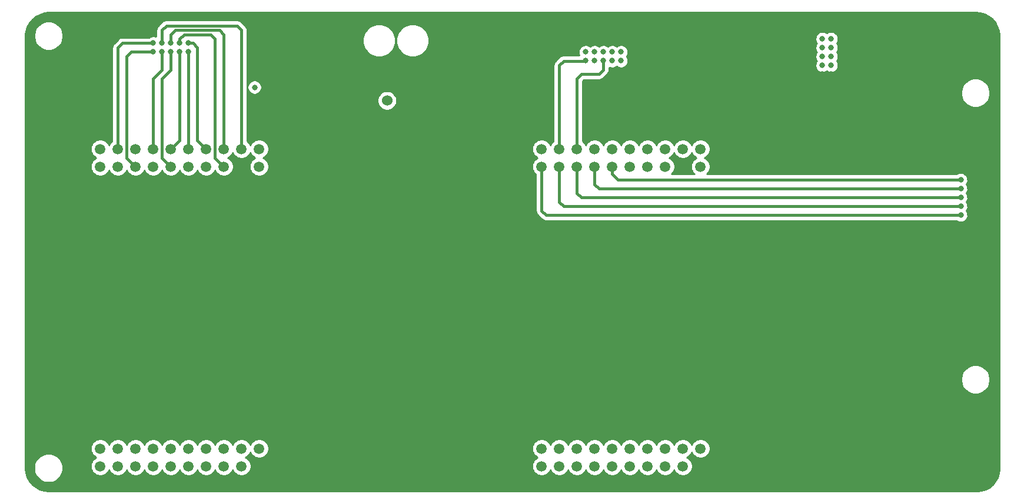
<source format=gbr>
G04 #@! TF.GenerationSoftware,KiCad,Pcbnew,(5.1.5)-3*
G04 #@! TF.CreationDate,2019-12-18T20:13:33-06:00*
G04 #@! TF.ProjectId,Tiva_Breakout_Hardware,54697661-5f42-4726-9561-6b6f75745f48,rev?*
G04 #@! TF.SameCoordinates,Original*
G04 #@! TF.FileFunction,Copper,L2,Bot*
G04 #@! TF.FilePolarity,Positive*
%FSLAX46Y46*%
G04 Gerber Fmt 4.6, Leading zero omitted, Abs format (unit mm)*
G04 Created by KiCad (PCBNEW (5.1.5)-3) date 2019-12-18 20:13:33*
%MOMM*%
%LPD*%
G04 APERTURE LIST*
%ADD10C,0.800000*%
%ADD11C,1.520000*%
%ADD12C,1.524000*%
%ADD13C,0.381000*%
%ADD14C,0.254000*%
G04 APERTURE END LIST*
D10*
X201127200Y-84836000D03*
X199857200Y-84836000D03*
X201127200Y-83566000D03*
X199857200Y-83566000D03*
X201127200Y-82296000D03*
X199857200Y-82296000D03*
X201127200Y-81026000D03*
X199857200Y-81026000D03*
X201127200Y-79756000D03*
X199857200Y-79756000D03*
X170891200Y-81651000D03*
X170891200Y-82921000D03*
X169621200Y-81651000D03*
X169621200Y-82921000D03*
X168351200Y-81651000D03*
X168351200Y-82921000D03*
X167081200Y-81651000D03*
X167081200Y-82921000D03*
X165811200Y-81651000D03*
X165811200Y-82921000D03*
X108661200Y-80381000D03*
X108661200Y-81651000D03*
X107391200Y-80381000D03*
X107391200Y-81651000D03*
X106121200Y-80381000D03*
X106121200Y-81651000D03*
X104851200Y-80381000D03*
X104851200Y-81651000D03*
X103581200Y-80381000D03*
X103581200Y-81651000D03*
X219776200Y-100076000D03*
X221046200Y-100076000D03*
X219776200Y-101346000D03*
X221046200Y-101346000D03*
X219776200Y-102616000D03*
X221046200Y-102616000D03*
X219776200Y-103886000D03*
X221046200Y-103886000D03*
X219776200Y-105156000D03*
X221046200Y-105156000D03*
D11*
X159461200Y-141351000D03*
X162001200Y-141351000D03*
X164541200Y-141351000D03*
X167081200Y-141351000D03*
X169621200Y-141351000D03*
X172161200Y-141351000D03*
X174701200Y-141351000D03*
X177241200Y-141351000D03*
X179781200Y-141351000D03*
X182321200Y-141351000D03*
X159461200Y-138811000D03*
X162001200Y-138811000D03*
X164541200Y-138811000D03*
X167081200Y-138811000D03*
X169621200Y-138811000D03*
X172161200Y-138811000D03*
X174701200Y-138811000D03*
X177241200Y-138811000D03*
X179781200Y-138811000D03*
X182321200Y-138811000D03*
X159461200Y-95631000D03*
X162001200Y-95631000D03*
X164541200Y-95631000D03*
X167081200Y-95631000D03*
X169621200Y-95631000D03*
X172161200Y-95631000D03*
X174701200Y-95631000D03*
X177241200Y-95631000D03*
X179781200Y-95631000D03*
X182321200Y-95631000D03*
X159461200Y-98171000D03*
X162001200Y-98171000D03*
X164541200Y-98171000D03*
X167081200Y-98171000D03*
X169621200Y-98171000D03*
X172161200Y-98171000D03*
X174701200Y-98171000D03*
X177241200Y-98171000D03*
X179781200Y-98171000D03*
X182321200Y-98171000D03*
X113741200Y-141351000D03*
X116281200Y-141351000D03*
X118821200Y-141351000D03*
X95961200Y-138811000D03*
X98501200Y-138811000D03*
X101041200Y-138811000D03*
X103581200Y-138811000D03*
X106121200Y-138811000D03*
X108661200Y-138811000D03*
X111201200Y-138811000D03*
X113741200Y-138811000D03*
X116281200Y-138811000D03*
X118821200Y-138811000D03*
X95961200Y-95631000D03*
X101041200Y-95631000D03*
X106121200Y-95631000D03*
X108661200Y-95631000D03*
X111201200Y-95631000D03*
X113741200Y-95631000D03*
X116281200Y-95631000D03*
X95961200Y-98171000D03*
X101041200Y-98171000D03*
X111201200Y-98171000D03*
X113741200Y-98171000D03*
X116281200Y-98171000D03*
X118821200Y-98171000D03*
X106121200Y-98171000D03*
X103581200Y-98171000D03*
X98501200Y-95631000D03*
X111201200Y-141351000D03*
X108661200Y-141351000D03*
X98501200Y-98171000D03*
X103581200Y-95631000D03*
X101041200Y-141351000D03*
X103581200Y-141351000D03*
X108661200Y-98171000D03*
X106121200Y-141351000D03*
X98501200Y-141351000D03*
X95961200Y-141351000D03*
X118821200Y-95631000D03*
D12*
X139776200Y-88646000D03*
X137236200Y-88646000D03*
D10*
X118186200Y-86741000D03*
X175971200Y-84582000D03*
X172161200Y-84328000D03*
X179781200Y-84582000D03*
X118186200Y-91821000D03*
X118186200Y-89281000D03*
X184861200Y-87376000D03*
X184861200Y-82931000D03*
X184861200Y-91821000D03*
X188671200Y-88646000D03*
X191846200Y-88646000D03*
X195021200Y-88646000D03*
X208991200Y-88646000D03*
X212166200Y-88646000D03*
X205816200Y-88646000D03*
X212166200Y-118491000D03*
X208991200Y-118491000D03*
X202641200Y-118491000D03*
X198196200Y-118491000D03*
X195021200Y-118491000D03*
X191846200Y-118491000D03*
X188671200Y-118491000D03*
X205816200Y-118491000D03*
X214706200Y-120396000D03*
X217881200Y-120396000D03*
X221056200Y-120396000D03*
X200418700Y-91376500D03*
D13*
X100416200Y-81651000D02*
X103581200Y-81651000D01*
X99771200Y-82296000D02*
X100416200Y-81651000D01*
X101041200Y-98171000D02*
X99771200Y-96901000D01*
X99771200Y-96901000D02*
X99771200Y-82296000D01*
X103581200Y-85471000D02*
X104851200Y-84201000D01*
X104851200Y-84201000D02*
X104851200Y-82931000D01*
X103581200Y-93853000D02*
X103581200Y-94361000D01*
X103581200Y-95631000D02*
X103581200Y-94361000D01*
X103581200Y-94361000D02*
X103581200Y-85471000D01*
X104851200Y-82931000D02*
X104851200Y-81651000D01*
X106121200Y-95631000D02*
X107391200Y-94361000D01*
X107391200Y-94361000D02*
X107391200Y-82931000D01*
X107391200Y-82931000D02*
X107391200Y-81651000D01*
X116281200Y-95631000D02*
X116281200Y-79121000D01*
X116281200Y-78486000D02*
X115646200Y-77851000D01*
X116281200Y-79121000D02*
X116281200Y-78486000D01*
X115646200Y-77851000D02*
X105486200Y-77851000D01*
X105486200Y-77851000D02*
X104851200Y-78486000D01*
X104851200Y-78486000D02*
X104851200Y-80381000D01*
X106121200Y-82931000D02*
X106121200Y-81651000D01*
X106121200Y-84201000D02*
X106121200Y-82931000D01*
X104851200Y-85471000D02*
X106121200Y-84201000D01*
X106121200Y-98171000D02*
X104851200Y-96901000D01*
X104851200Y-96901000D02*
X104851200Y-85471000D01*
X98501200Y-93853000D02*
X98501200Y-94361000D01*
X98501200Y-95631000D02*
X98501200Y-94361000D01*
X99146200Y-80381000D02*
X103581200Y-80381000D01*
X98501200Y-94361000D02*
X98501200Y-81026000D01*
X98501200Y-81026000D02*
X99146200Y-80381000D01*
X109286200Y-80381000D02*
X108661200Y-80381000D01*
X109931200Y-81026000D02*
X109286200Y-80381000D01*
X111201200Y-95631000D02*
X109931200Y-94361000D01*
X109931200Y-94361000D02*
X109931200Y-81026000D01*
X107391200Y-79756000D02*
X107391200Y-80381000D01*
X108026200Y-79121000D02*
X107391200Y-79756000D01*
X111836200Y-79121000D02*
X108026200Y-79121000D01*
X112471200Y-79756000D02*
X111836200Y-79121000D01*
X113741200Y-98171000D02*
X112471200Y-96901000D01*
X112471200Y-96901000D02*
X112471200Y-79756000D01*
X108661200Y-95631000D02*
X108661200Y-82931000D01*
X108661200Y-82931000D02*
X108661200Y-81651000D01*
X106121200Y-79121000D02*
X106121200Y-80381000D01*
X106756200Y-78486000D02*
X106121200Y-79121000D01*
X113106200Y-78486000D02*
X106756200Y-78486000D01*
X113741200Y-95631000D02*
X113741200Y-79121000D01*
X113741200Y-79121000D02*
X113106200Y-78486000D01*
X164541200Y-95631000D02*
X164541200Y-85471000D01*
X164541200Y-85471000D02*
X165176200Y-84836000D01*
X165176200Y-84836000D02*
X167716200Y-84836000D01*
X167716200Y-84836000D02*
X168351200Y-84201000D01*
X168351200Y-84201000D02*
X168351200Y-82931000D01*
X162001200Y-95631000D02*
X162001200Y-83566000D01*
X162001200Y-83566000D02*
X162636200Y-82931000D01*
X162636200Y-82931000D02*
X164541200Y-82931000D01*
X164541200Y-82931000D02*
X165811200Y-82931000D01*
X159461200Y-98171000D02*
X159461200Y-101981000D01*
X159461200Y-101981000D02*
X159461200Y-104521000D01*
X159461200Y-104521000D02*
X160096200Y-105156000D01*
X160096200Y-105156000D02*
X173431200Y-105156000D01*
X173431200Y-105156000D02*
X219786200Y-105156000D01*
X162001200Y-98171000D02*
X162001200Y-99245802D01*
X162001200Y-99245802D02*
X162001200Y-101346000D01*
X162001200Y-101346000D02*
X162001200Y-103251000D01*
X162001200Y-103251000D02*
X162636200Y-103886000D01*
X162636200Y-103886000D02*
X219786200Y-103886000D01*
X164541200Y-98171000D02*
X164541200Y-100711000D01*
X168351200Y-102616000D02*
X219786200Y-102616000D01*
X165176200Y-102616000D02*
X168351200Y-102616000D01*
X164541200Y-100711000D02*
X164541200Y-101981000D01*
X164541200Y-101981000D02*
X165176200Y-102616000D01*
X167081200Y-98171000D02*
X167081200Y-100076000D01*
X219786200Y-101346000D02*
X167716200Y-101346000D01*
X167081200Y-100711000D02*
X167081200Y-100076000D01*
X167716200Y-101346000D02*
X167081200Y-100711000D01*
X169621200Y-99245802D02*
X170451398Y-100076000D01*
X169621200Y-98171000D02*
X169621200Y-99245802D01*
X170451398Y-100076000D02*
X170891200Y-100076000D01*
X170891200Y-100076000D02*
X219786200Y-100076000D01*
D14*
G36*
X221862378Y-75971504D02*
G01*
X222549001Y-76027841D01*
X223175442Y-76206177D01*
X223755322Y-76502797D01*
X224266537Y-76906395D01*
X224689627Y-77401605D01*
X225008472Y-77969563D01*
X225210928Y-78588633D01*
X225292730Y-79263684D01*
X225293320Y-79315282D01*
X225293321Y-141763211D01*
X225230224Y-142406721D01*
X225052714Y-142994664D01*
X224764383Y-143536936D01*
X224376226Y-144012864D01*
X223903006Y-144404345D01*
X223362769Y-144696450D01*
X222776076Y-144878063D01*
X222134450Y-144945500D01*
X88563978Y-144945500D01*
X87883476Y-144878776D01*
X87259938Y-144690518D01*
X86684850Y-144384739D01*
X86180100Y-143973075D01*
X85764923Y-143471212D01*
X85455134Y-142898270D01*
X85262528Y-142276061D01*
X85191200Y-141597421D01*
X85191200Y-141397360D01*
X86423500Y-141397360D01*
X86423500Y-141812640D01*
X86504517Y-142219939D01*
X86663437Y-142603607D01*
X86894154Y-142948899D01*
X87187801Y-143242546D01*
X87533093Y-143473263D01*
X87916761Y-143632183D01*
X88324060Y-143713200D01*
X88739340Y-143713200D01*
X89146639Y-143632183D01*
X89530307Y-143473263D01*
X89875599Y-143242546D01*
X90169246Y-142948899D01*
X90399963Y-142603607D01*
X90558883Y-142219939D01*
X90639900Y-141812640D01*
X90639900Y-141397360D01*
X90558883Y-140990061D01*
X90399963Y-140606393D01*
X90169246Y-140261101D01*
X89875599Y-139967454D01*
X89530307Y-139736737D01*
X89146639Y-139577817D01*
X88739340Y-139496800D01*
X88324060Y-139496800D01*
X87916761Y-139577817D01*
X87533093Y-139736737D01*
X87187801Y-139967454D01*
X86894154Y-140261101D01*
X86663437Y-140606393D01*
X86504517Y-140990061D01*
X86423500Y-141397360D01*
X85191200Y-141397360D01*
X85191200Y-138673604D01*
X94566200Y-138673604D01*
X94566200Y-138948396D01*
X94619809Y-139217907D01*
X94724967Y-139471780D01*
X94877633Y-139700261D01*
X95071939Y-139894567D01*
X95300420Y-140047233D01*
X95381940Y-140081000D01*
X95300420Y-140114767D01*
X95071939Y-140267433D01*
X94877633Y-140461739D01*
X94724967Y-140690220D01*
X94619809Y-140944093D01*
X94566200Y-141213604D01*
X94566200Y-141488396D01*
X94619809Y-141757907D01*
X94724967Y-142011780D01*
X94877633Y-142240261D01*
X95071939Y-142434567D01*
X95300420Y-142587233D01*
X95554293Y-142692391D01*
X95823804Y-142746000D01*
X96098596Y-142746000D01*
X96368107Y-142692391D01*
X96621980Y-142587233D01*
X96850461Y-142434567D01*
X97044767Y-142240261D01*
X97197433Y-142011780D01*
X97231200Y-141930260D01*
X97264967Y-142011780D01*
X97417633Y-142240261D01*
X97611939Y-142434567D01*
X97840420Y-142587233D01*
X98094293Y-142692391D01*
X98363804Y-142746000D01*
X98638596Y-142746000D01*
X98908107Y-142692391D01*
X99161980Y-142587233D01*
X99390461Y-142434567D01*
X99584767Y-142240261D01*
X99737433Y-142011780D01*
X99771200Y-141930260D01*
X99804967Y-142011780D01*
X99957633Y-142240261D01*
X100151939Y-142434567D01*
X100380420Y-142587233D01*
X100634293Y-142692391D01*
X100903804Y-142746000D01*
X101178596Y-142746000D01*
X101448107Y-142692391D01*
X101701980Y-142587233D01*
X101930461Y-142434567D01*
X102124767Y-142240261D01*
X102277433Y-142011780D01*
X102311200Y-141930260D01*
X102344967Y-142011780D01*
X102497633Y-142240261D01*
X102691939Y-142434567D01*
X102920420Y-142587233D01*
X103174293Y-142692391D01*
X103443804Y-142746000D01*
X103718596Y-142746000D01*
X103988107Y-142692391D01*
X104241980Y-142587233D01*
X104470461Y-142434567D01*
X104664767Y-142240261D01*
X104817433Y-142011780D01*
X104851200Y-141930260D01*
X104884967Y-142011780D01*
X105037633Y-142240261D01*
X105231939Y-142434567D01*
X105460420Y-142587233D01*
X105714293Y-142692391D01*
X105983804Y-142746000D01*
X106258596Y-142746000D01*
X106528107Y-142692391D01*
X106781980Y-142587233D01*
X107010461Y-142434567D01*
X107204767Y-142240261D01*
X107357433Y-142011780D01*
X107391200Y-141930260D01*
X107424967Y-142011780D01*
X107577633Y-142240261D01*
X107771939Y-142434567D01*
X108000420Y-142587233D01*
X108254293Y-142692391D01*
X108523804Y-142746000D01*
X108798596Y-142746000D01*
X109068107Y-142692391D01*
X109321980Y-142587233D01*
X109550461Y-142434567D01*
X109744767Y-142240261D01*
X109897433Y-142011780D01*
X109931200Y-141930260D01*
X109964967Y-142011780D01*
X110117633Y-142240261D01*
X110311939Y-142434567D01*
X110540420Y-142587233D01*
X110794293Y-142692391D01*
X111063804Y-142746000D01*
X111338596Y-142746000D01*
X111608107Y-142692391D01*
X111861980Y-142587233D01*
X112090461Y-142434567D01*
X112284767Y-142240261D01*
X112437433Y-142011780D01*
X112471200Y-141930260D01*
X112504967Y-142011780D01*
X112657633Y-142240261D01*
X112851939Y-142434567D01*
X113080420Y-142587233D01*
X113334293Y-142692391D01*
X113603804Y-142746000D01*
X113878596Y-142746000D01*
X114148107Y-142692391D01*
X114401980Y-142587233D01*
X114630461Y-142434567D01*
X114824767Y-142240261D01*
X114977433Y-142011780D01*
X115011200Y-141930260D01*
X115044967Y-142011780D01*
X115197633Y-142240261D01*
X115391939Y-142434567D01*
X115620420Y-142587233D01*
X115874293Y-142692391D01*
X116143804Y-142746000D01*
X116418596Y-142746000D01*
X116688107Y-142692391D01*
X116941980Y-142587233D01*
X117170461Y-142434567D01*
X117364767Y-142240261D01*
X117517433Y-142011780D01*
X117622591Y-141757907D01*
X117676200Y-141488396D01*
X117676200Y-141213604D01*
X117622591Y-140944093D01*
X117517433Y-140690220D01*
X117364767Y-140461739D01*
X117170461Y-140267433D01*
X116941980Y-140114767D01*
X116860460Y-140081000D01*
X116941980Y-140047233D01*
X117170461Y-139894567D01*
X117364767Y-139700261D01*
X117517433Y-139471780D01*
X117551200Y-139390260D01*
X117584967Y-139471780D01*
X117737633Y-139700261D01*
X117931939Y-139894567D01*
X118160420Y-140047233D01*
X118414293Y-140152391D01*
X118683804Y-140206000D01*
X118958596Y-140206000D01*
X119228107Y-140152391D01*
X119481980Y-140047233D01*
X119710461Y-139894567D01*
X119904767Y-139700261D01*
X120057433Y-139471780D01*
X120162591Y-139217907D01*
X120216200Y-138948396D01*
X120216200Y-138673604D01*
X158066200Y-138673604D01*
X158066200Y-138948396D01*
X158119809Y-139217907D01*
X158224967Y-139471780D01*
X158377633Y-139700261D01*
X158571939Y-139894567D01*
X158800420Y-140047233D01*
X158881940Y-140081000D01*
X158800420Y-140114767D01*
X158571939Y-140267433D01*
X158377633Y-140461739D01*
X158224967Y-140690220D01*
X158119809Y-140944093D01*
X158066200Y-141213604D01*
X158066200Y-141488396D01*
X158119809Y-141757907D01*
X158224967Y-142011780D01*
X158377633Y-142240261D01*
X158571939Y-142434567D01*
X158800420Y-142587233D01*
X159054293Y-142692391D01*
X159323804Y-142746000D01*
X159598596Y-142746000D01*
X159868107Y-142692391D01*
X160121980Y-142587233D01*
X160350461Y-142434567D01*
X160544767Y-142240261D01*
X160697433Y-142011780D01*
X160731200Y-141930260D01*
X160764967Y-142011780D01*
X160917633Y-142240261D01*
X161111939Y-142434567D01*
X161340420Y-142587233D01*
X161594293Y-142692391D01*
X161863804Y-142746000D01*
X162138596Y-142746000D01*
X162408107Y-142692391D01*
X162661980Y-142587233D01*
X162890461Y-142434567D01*
X163084767Y-142240261D01*
X163237433Y-142011780D01*
X163271200Y-141930260D01*
X163304967Y-142011780D01*
X163457633Y-142240261D01*
X163651939Y-142434567D01*
X163880420Y-142587233D01*
X164134293Y-142692391D01*
X164403804Y-142746000D01*
X164678596Y-142746000D01*
X164948107Y-142692391D01*
X165201980Y-142587233D01*
X165430461Y-142434567D01*
X165624767Y-142240261D01*
X165777433Y-142011780D01*
X165811200Y-141930260D01*
X165844967Y-142011780D01*
X165997633Y-142240261D01*
X166191939Y-142434567D01*
X166420420Y-142587233D01*
X166674293Y-142692391D01*
X166943804Y-142746000D01*
X167218596Y-142746000D01*
X167488107Y-142692391D01*
X167741980Y-142587233D01*
X167970461Y-142434567D01*
X168164767Y-142240261D01*
X168317433Y-142011780D01*
X168351200Y-141930260D01*
X168384967Y-142011780D01*
X168537633Y-142240261D01*
X168731939Y-142434567D01*
X168960420Y-142587233D01*
X169214293Y-142692391D01*
X169483804Y-142746000D01*
X169758596Y-142746000D01*
X170028107Y-142692391D01*
X170281980Y-142587233D01*
X170510461Y-142434567D01*
X170704767Y-142240261D01*
X170857433Y-142011780D01*
X170891200Y-141930260D01*
X170924967Y-142011780D01*
X171077633Y-142240261D01*
X171271939Y-142434567D01*
X171500420Y-142587233D01*
X171754293Y-142692391D01*
X172023804Y-142746000D01*
X172298596Y-142746000D01*
X172568107Y-142692391D01*
X172821980Y-142587233D01*
X173050461Y-142434567D01*
X173244767Y-142240261D01*
X173397433Y-142011780D01*
X173431200Y-141930260D01*
X173464967Y-142011780D01*
X173617633Y-142240261D01*
X173811939Y-142434567D01*
X174040420Y-142587233D01*
X174294293Y-142692391D01*
X174563804Y-142746000D01*
X174838596Y-142746000D01*
X175108107Y-142692391D01*
X175361980Y-142587233D01*
X175590461Y-142434567D01*
X175784767Y-142240261D01*
X175937433Y-142011780D01*
X175971200Y-141930260D01*
X176004967Y-142011780D01*
X176157633Y-142240261D01*
X176351939Y-142434567D01*
X176580420Y-142587233D01*
X176834293Y-142692391D01*
X177103804Y-142746000D01*
X177378596Y-142746000D01*
X177648107Y-142692391D01*
X177901980Y-142587233D01*
X178130461Y-142434567D01*
X178324767Y-142240261D01*
X178477433Y-142011780D01*
X178511200Y-141930260D01*
X178544967Y-142011780D01*
X178697633Y-142240261D01*
X178891939Y-142434567D01*
X179120420Y-142587233D01*
X179374293Y-142692391D01*
X179643804Y-142746000D01*
X179918596Y-142746000D01*
X180188107Y-142692391D01*
X180441980Y-142587233D01*
X180670461Y-142434567D01*
X180864767Y-142240261D01*
X181017433Y-142011780D01*
X181122591Y-141757907D01*
X181176200Y-141488396D01*
X181176200Y-141213604D01*
X181122591Y-140944093D01*
X181017433Y-140690220D01*
X180864767Y-140461739D01*
X180670461Y-140267433D01*
X180441980Y-140114767D01*
X180360460Y-140081000D01*
X180441980Y-140047233D01*
X180670461Y-139894567D01*
X180864767Y-139700261D01*
X181017433Y-139471780D01*
X181051200Y-139390260D01*
X181084967Y-139471780D01*
X181237633Y-139700261D01*
X181431939Y-139894567D01*
X181660420Y-140047233D01*
X181914293Y-140152391D01*
X182183804Y-140206000D01*
X182458596Y-140206000D01*
X182728107Y-140152391D01*
X182981980Y-140047233D01*
X183210461Y-139894567D01*
X183404767Y-139700261D01*
X183557433Y-139471780D01*
X183662591Y-139217907D01*
X183716200Y-138948396D01*
X183716200Y-138673604D01*
X183662591Y-138404093D01*
X183557433Y-138150220D01*
X183404767Y-137921739D01*
X183210461Y-137727433D01*
X182981980Y-137574767D01*
X182728107Y-137469609D01*
X182458596Y-137416000D01*
X182183804Y-137416000D01*
X181914293Y-137469609D01*
X181660420Y-137574767D01*
X181431939Y-137727433D01*
X181237633Y-137921739D01*
X181084967Y-138150220D01*
X181051200Y-138231740D01*
X181017433Y-138150220D01*
X180864767Y-137921739D01*
X180670461Y-137727433D01*
X180441980Y-137574767D01*
X180188107Y-137469609D01*
X179918596Y-137416000D01*
X179643804Y-137416000D01*
X179374293Y-137469609D01*
X179120420Y-137574767D01*
X178891939Y-137727433D01*
X178697633Y-137921739D01*
X178544967Y-138150220D01*
X178511200Y-138231740D01*
X178477433Y-138150220D01*
X178324767Y-137921739D01*
X178130461Y-137727433D01*
X177901980Y-137574767D01*
X177648107Y-137469609D01*
X177378596Y-137416000D01*
X177103804Y-137416000D01*
X176834293Y-137469609D01*
X176580420Y-137574767D01*
X176351939Y-137727433D01*
X176157633Y-137921739D01*
X176004967Y-138150220D01*
X175971200Y-138231740D01*
X175937433Y-138150220D01*
X175784767Y-137921739D01*
X175590461Y-137727433D01*
X175361980Y-137574767D01*
X175108107Y-137469609D01*
X174838596Y-137416000D01*
X174563804Y-137416000D01*
X174294293Y-137469609D01*
X174040420Y-137574767D01*
X173811939Y-137727433D01*
X173617633Y-137921739D01*
X173464967Y-138150220D01*
X173431200Y-138231740D01*
X173397433Y-138150220D01*
X173244767Y-137921739D01*
X173050461Y-137727433D01*
X172821980Y-137574767D01*
X172568107Y-137469609D01*
X172298596Y-137416000D01*
X172023804Y-137416000D01*
X171754293Y-137469609D01*
X171500420Y-137574767D01*
X171271939Y-137727433D01*
X171077633Y-137921739D01*
X170924967Y-138150220D01*
X170891200Y-138231740D01*
X170857433Y-138150220D01*
X170704767Y-137921739D01*
X170510461Y-137727433D01*
X170281980Y-137574767D01*
X170028107Y-137469609D01*
X169758596Y-137416000D01*
X169483804Y-137416000D01*
X169214293Y-137469609D01*
X168960420Y-137574767D01*
X168731939Y-137727433D01*
X168537633Y-137921739D01*
X168384967Y-138150220D01*
X168351200Y-138231740D01*
X168317433Y-138150220D01*
X168164767Y-137921739D01*
X167970461Y-137727433D01*
X167741980Y-137574767D01*
X167488107Y-137469609D01*
X167218596Y-137416000D01*
X166943804Y-137416000D01*
X166674293Y-137469609D01*
X166420420Y-137574767D01*
X166191939Y-137727433D01*
X165997633Y-137921739D01*
X165844967Y-138150220D01*
X165811200Y-138231740D01*
X165777433Y-138150220D01*
X165624767Y-137921739D01*
X165430461Y-137727433D01*
X165201980Y-137574767D01*
X164948107Y-137469609D01*
X164678596Y-137416000D01*
X164403804Y-137416000D01*
X164134293Y-137469609D01*
X163880420Y-137574767D01*
X163651939Y-137727433D01*
X163457633Y-137921739D01*
X163304967Y-138150220D01*
X163271200Y-138231740D01*
X163237433Y-138150220D01*
X163084767Y-137921739D01*
X162890461Y-137727433D01*
X162661980Y-137574767D01*
X162408107Y-137469609D01*
X162138596Y-137416000D01*
X161863804Y-137416000D01*
X161594293Y-137469609D01*
X161340420Y-137574767D01*
X161111939Y-137727433D01*
X160917633Y-137921739D01*
X160764967Y-138150220D01*
X160731200Y-138231740D01*
X160697433Y-138150220D01*
X160544767Y-137921739D01*
X160350461Y-137727433D01*
X160121980Y-137574767D01*
X159868107Y-137469609D01*
X159598596Y-137416000D01*
X159323804Y-137416000D01*
X159054293Y-137469609D01*
X158800420Y-137574767D01*
X158571939Y-137727433D01*
X158377633Y-137921739D01*
X158224967Y-138150220D01*
X158119809Y-138404093D01*
X158066200Y-138673604D01*
X120216200Y-138673604D01*
X120162591Y-138404093D01*
X120057433Y-138150220D01*
X119904767Y-137921739D01*
X119710461Y-137727433D01*
X119481980Y-137574767D01*
X119228107Y-137469609D01*
X118958596Y-137416000D01*
X118683804Y-137416000D01*
X118414293Y-137469609D01*
X118160420Y-137574767D01*
X117931939Y-137727433D01*
X117737633Y-137921739D01*
X117584967Y-138150220D01*
X117551200Y-138231740D01*
X117517433Y-138150220D01*
X117364767Y-137921739D01*
X117170461Y-137727433D01*
X116941980Y-137574767D01*
X116688107Y-137469609D01*
X116418596Y-137416000D01*
X116143804Y-137416000D01*
X115874293Y-137469609D01*
X115620420Y-137574767D01*
X115391939Y-137727433D01*
X115197633Y-137921739D01*
X115044967Y-138150220D01*
X115011200Y-138231740D01*
X114977433Y-138150220D01*
X114824767Y-137921739D01*
X114630461Y-137727433D01*
X114401980Y-137574767D01*
X114148107Y-137469609D01*
X113878596Y-137416000D01*
X113603804Y-137416000D01*
X113334293Y-137469609D01*
X113080420Y-137574767D01*
X112851939Y-137727433D01*
X112657633Y-137921739D01*
X112504967Y-138150220D01*
X112471200Y-138231740D01*
X112437433Y-138150220D01*
X112284767Y-137921739D01*
X112090461Y-137727433D01*
X111861980Y-137574767D01*
X111608107Y-137469609D01*
X111338596Y-137416000D01*
X111063804Y-137416000D01*
X110794293Y-137469609D01*
X110540420Y-137574767D01*
X110311939Y-137727433D01*
X110117633Y-137921739D01*
X109964967Y-138150220D01*
X109931200Y-138231740D01*
X109897433Y-138150220D01*
X109744767Y-137921739D01*
X109550461Y-137727433D01*
X109321980Y-137574767D01*
X109068107Y-137469609D01*
X108798596Y-137416000D01*
X108523804Y-137416000D01*
X108254293Y-137469609D01*
X108000420Y-137574767D01*
X107771939Y-137727433D01*
X107577633Y-137921739D01*
X107424967Y-138150220D01*
X107391200Y-138231740D01*
X107357433Y-138150220D01*
X107204767Y-137921739D01*
X107010461Y-137727433D01*
X106781980Y-137574767D01*
X106528107Y-137469609D01*
X106258596Y-137416000D01*
X105983804Y-137416000D01*
X105714293Y-137469609D01*
X105460420Y-137574767D01*
X105231939Y-137727433D01*
X105037633Y-137921739D01*
X104884967Y-138150220D01*
X104851200Y-138231740D01*
X104817433Y-138150220D01*
X104664767Y-137921739D01*
X104470461Y-137727433D01*
X104241980Y-137574767D01*
X103988107Y-137469609D01*
X103718596Y-137416000D01*
X103443804Y-137416000D01*
X103174293Y-137469609D01*
X102920420Y-137574767D01*
X102691939Y-137727433D01*
X102497633Y-137921739D01*
X102344967Y-138150220D01*
X102311200Y-138231740D01*
X102277433Y-138150220D01*
X102124767Y-137921739D01*
X101930461Y-137727433D01*
X101701980Y-137574767D01*
X101448107Y-137469609D01*
X101178596Y-137416000D01*
X100903804Y-137416000D01*
X100634293Y-137469609D01*
X100380420Y-137574767D01*
X100151939Y-137727433D01*
X99957633Y-137921739D01*
X99804967Y-138150220D01*
X99771200Y-138231740D01*
X99737433Y-138150220D01*
X99584767Y-137921739D01*
X99390461Y-137727433D01*
X99161980Y-137574767D01*
X98908107Y-137469609D01*
X98638596Y-137416000D01*
X98363804Y-137416000D01*
X98094293Y-137469609D01*
X97840420Y-137574767D01*
X97611939Y-137727433D01*
X97417633Y-137921739D01*
X97264967Y-138150220D01*
X97231200Y-138231740D01*
X97197433Y-138150220D01*
X97044767Y-137921739D01*
X96850461Y-137727433D01*
X96621980Y-137574767D01*
X96368107Y-137469609D01*
X96098596Y-137416000D01*
X95823804Y-137416000D01*
X95554293Y-137469609D01*
X95300420Y-137574767D01*
X95071939Y-137727433D01*
X94877633Y-137921739D01*
X94724967Y-138150220D01*
X94619809Y-138404093D01*
X94566200Y-138673604D01*
X85191200Y-138673604D01*
X85191200Y-128633860D01*
X219781120Y-128633860D01*
X219781120Y-129049140D01*
X219862137Y-129456439D01*
X220021057Y-129840107D01*
X220251774Y-130185399D01*
X220545421Y-130479046D01*
X220890713Y-130709763D01*
X221274381Y-130868683D01*
X221681680Y-130949700D01*
X222096960Y-130949700D01*
X222504259Y-130868683D01*
X222887927Y-130709763D01*
X223233219Y-130479046D01*
X223526866Y-130185399D01*
X223757583Y-129840107D01*
X223916503Y-129456439D01*
X223997520Y-129049140D01*
X223997520Y-128633860D01*
X223916503Y-128226561D01*
X223757583Y-127842893D01*
X223526866Y-127497601D01*
X223233219Y-127203954D01*
X222887927Y-126973237D01*
X222504259Y-126814317D01*
X222096960Y-126733300D01*
X221681680Y-126733300D01*
X221274381Y-126814317D01*
X220890713Y-126973237D01*
X220545421Y-127203954D01*
X220251774Y-127497601D01*
X220021057Y-127842893D01*
X219862137Y-128226561D01*
X219781120Y-128633860D01*
X85191200Y-128633860D01*
X85191200Y-95493604D01*
X94566200Y-95493604D01*
X94566200Y-95768396D01*
X94619809Y-96037907D01*
X94724967Y-96291780D01*
X94877633Y-96520261D01*
X95071939Y-96714567D01*
X95300420Y-96867233D01*
X95381940Y-96901000D01*
X95300420Y-96934767D01*
X95071939Y-97087433D01*
X94877633Y-97281739D01*
X94724967Y-97510220D01*
X94619809Y-97764093D01*
X94566200Y-98033604D01*
X94566200Y-98308396D01*
X94619809Y-98577907D01*
X94724967Y-98831780D01*
X94877633Y-99060261D01*
X95071939Y-99254567D01*
X95300420Y-99407233D01*
X95554293Y-99512391D01*
X95823804Y-99566000D01*
X96098596Y-99566000D01*
X96368107Y-99512391D01*
X96621980Y-99407233D01*
X96850461Y-99254567D01*
X97044767Y-99060261D01*
X97197433Y-98831780D01*
X97231200Y-98750260D01*
X97264967Y-98831780D01*
X97417633Y-99060261D01*
X97611939Y-99254567D01*
X97840420Y-99407233D01*
X98094293Y-99512391D01*
X98363804Y-99566000D01*
X98638596Y-99566000D01*
X98908107Y-99512391D01*
X99161980Y-99407233D01*
X99390461Y-99254567D01*
X99584767Y-99060261D01*
X99737433Y-98831780D01*
X99771200Y-98750260D01*
X99804967Y-98831780D01*
X99957633Y-99060261D01*
X100151939Y-99254567D01*
X100380420Y-99407233D01*
X100634293Y-99512391D01*
X100903804Y-99566000D01*
X101178596Y-99566000D01*
X101448107Y-99512391D01*
X101701980Y-99407233D01*
X101930461Y-99254567D01*
X102124767Y-99060261D01*
X102277433Y-98831780D01*
X102311200Y-98750260D01*
X102344967Y-98831780D01*
X102497633Y-99060261D01*
X102691939Y-99254567D01*
X102920420Y-99407233D01*
X103174293Y-99512391D01*
X103443804Y-99566000D01*
X103718596Y-99566000D01*
X103988107Y-99512391D01*
X104241980Y-99407233D01*
X104470461Y-99254567D01*
X104664767Y-99060261D01*
X104817433Y-98831780D01*
X104851200Y-98750260D01*
X104884967Y-98831780D01*
X105037633Y-99060261D01*
X105231939Y-99254567D01*
X105460420Y-99407233D01*
X105714293Y-99512391D01*
X105983804Y-99566000D01*
X106258596Y-99566000D01*
X106528107Y-99512391D01*
X106781980Y-99407233D01*
X107010461Y-99254567D01*
X107204767Y-99060261D01*
X107357433Y-98831780D01*
X107391200Y-98750260D01*
X107424967Y-98831780D01*
X107577633Y-99060261D01*
X107771939Y-99254567D01*
X108000420Y-99407233D01*
X108254293Y-99512391D01*
X108523804Y-99566000D01*
X108798596Y-99566000D01*
X109068107Y-99512391D01*
X109321980Y-99407233D01*
X109550461Y-99254567D01*
X109744767Y-99060261D01*
X109897433Y-98831780D01*
X109931200Y-98750260D01*
X109964967Y-98831780D01*
X110117633Y-99060261D01*
X110311939Y-99254567D01*
X110540420Y-99407233D01*
X110794293Y-99512391D01*
X111063804Y-99566000D01*
X111338596Y-99566000D01*
X111608107Y-99512391D01*
X111861980Y-99407233D01*
X112090461Y-99254567D01*
X112284767Y-99060261D01*
X112437433Y-98831780D01*
X112471200Y-98750260D01*
X112504967Y-98831780D01*
X112657633Y-99060261D01*
X112851939Y-99254567D01*
X113080420Y-99407233D01*
X113334293Y-99512391D01*
X113603804Y-99566000D01*
X113878596Y-99566000D01*
X114148107Y-99512391D01*
X114401980Y-99407233D01*
X114630461Y-99254567D01*
X114824767Y-99060261D01*
X114977433Y-98831780D01*
X115082591Y-98577907D01*
X115136200Y-98308396D01*
X115136200Y-98033604D01*
X115082591Y-97764093D01*
X114977433Y-97510220D01*
X114824767Y-97281739D01*
X114630461Y-97087433D01*
X114401980Y-96934767D01*
X114320460Y-96901000D01*
X114401980Y-96867233D01*
X114630461Y-96714567D01*
X114824767Y-96520261D01*
X114977433Y-96291780D01*
X115011200Y-96210260D01*
X115044967Y-96291780D01*
X115197633Y-96520261D01*
X115391939Y-96714567D01*
X115620420Y-96867233D01*
X115874293Y-96972391D01*
X116143804Y-97026000D01*
X116418596Y-97026000D01*
X116688107Y-96972391D01*
X116941980Y-96867233D01*
X117170461Y-96714567D01*
X117364767Y-96520261D01*
X117517433Y-96291780D01*
X117551200Y-96210260D01*
X117584967Y-96291780D01*
X117737633Y-96520261D01*
X117931939Y-96714567D01*
X118160420Y-96867233D01*
X118241940Y-96901000D01*
X118160420Y-96934767D01*
X117931939Y-97087433D01*
X117737633Y-97281739D01*
X117584967Y-97510220D01*
X117479809Y-97764093D01*
X117426200Y-98033604D01*
X117426200Y-98308396D01*
X117479809Y-98577907D01*
X117584967Y-98831780D01*
X117737633Y-99060261D01*
X117931939Y-99254567D01*
X118160420Y-99407233D01*
X118414293Y-99512391D01*
X118683804Y-99566000D01*
X118958596Y-99566000D01*
X119228107Y-99512391D01*
X119481980Y-99407233D01*
X119710461Y-99254567D01*
X119904767Y-99060261D01*
X120057433Y-98831780D01*
X120162591Y-98577907D01*
X120216200Y-98308396D01*
X120216200Y-98033604D01*
X120162591Y-97764093D01*
X120057433Y-97510220D01*
X119904767Y-97281739D01*
X119710461Y-97087433D01*
X119481980Y-96934767D01*
X119400460Y-96901000D01*
X119481980Y-96867233D01*
X119710461Y-96714567D01*
X119904767Y-96520261D01*
X120057433Y-96291780D01*
X120162591Y-96037907D01*
X120216200Y-95768396D01*
X120216200Y-95493604D01*
X158066200Y-95493604D01*
X158066200Y-95768396D01*
X158119809Y-96037907D01*
X158224967Y-96291780D01*
X158377633Y-96520261D01*
X158571939Y-96714567D01*
X158800420Y-96867233D01*
X158881940Y-96901000D01*
X158800420Y-96934767D01*
X158571939Y-97087433D01*
X158377633Y-97281739D01*
X158224967Y-97510220D01*
X158119809Y-97764093D01*
X158066200Y-98033604D01*
X158066200Y-98308396D01*
X158119809Y-98577907D01*
X158224967Y-98831780D01*
X158377633Y-99060261D01*
X158571939Y-99254567D01*
X158635700Y-99297171D01*
X158635701Y-101940438D01*
X158635700Y-101940448D01*
X158635701Y-104480440D01*
X158631706Y-104521000D01*
X158647645Y-104682826D01*
X158694847Y-104838433D01*
X158771501Y-104981842D01*
X158830770Y-105054061D01*
X158874660Y-105107541D01*
X158906161Y-105133393D01*
X159483810Y-105711044D01*
X159509659Y-105742541D01*
X159541155Y-105768389D01*
X159541158Y-105768392D01*
X159635357Y-105845699D01*
X159778766Y-105922353D01*
X159934374Y-105969556D01*
X160055647Y-105981500D01*
X160055649Y-105981500D01*
X160096200Y-105985494D01*
X160136750Y-105981500D01*
X219148697Y-105981500D01*
X219285944Y-106073205D01*
X219474302Y-106151226D01*
X219674261Y-106191000D01*
X219878139Y-106191000D01*
X220078098Y-106151226D01*
X220266456Y-106073205D01*
X220435974Y-105959937D01*
X220580137Y-105815774D01*
X220693405Y-105646256D01*
X220771426Y-105457898D01*
X220811200Y-105257939D01*
X220811200Y-105054061D01*
X220771426Y-104854102D01*
X220693405Y-104665744D01*
X220596690Y-104521000D01*
X220693405Y-104376256D01*
X220771426Y-104187898D01*
X220811200Y-103987939D01*
X220811200Y-103784061D01*
X220771426Y-103584102D01*
X220693405Y-103395744D01*
X220596690Y-103251000D01*
X220693405Y-103106256D01*
X220771426Y-102917898D01*
X220811200Y-102717939D01*
X220811200Y-102514061D01*
X220771426Y-102314102D01*
X220693405Y-102125744D01*
X220596690Y-101981000D01*
X220693405Y-101836256D01*
X220771426Y-101647898D01*
X220811200Y-101447939D01*
X220811200Y-101244061D01*
X220771426Y-101044102D01*
X220693405Y-100855744D01*
X220596690Y-100711000D01*
X220693405Y-100566256D01*
X220771426Y-100377898D01*
X220811200Y-100177939D01*
X220811200Y-99974061D01*
X220771426Y-99774102D01*
X220693405Y-99585744D01*
X220580137Y-99416226D01*
X220435974Y-99272063D01*
X220266456Y-99158795D01*
X220078098Y-99080774D01*
X219878139Y-99041000D01*
X219674261Y-99041000D01*
X219474302Y-99080774D01*
X219285944Y-99158795D01*
X219148697Y-99250500D01*
X183214528Y-99250500D01*
X183404767Y-99060261D01*
X183557433Y-98831780D01*
X183662591Y-98577907D01*
X183716200Y-98308396D01*
X183716200Y-98033604D01*
X183662591Y-97764093D01*
X183557433Y-97510220D01*
X183404767Y-97281739D01*
X183210461Y-97087433D01*
X182981980Y-96934767D01*
X182900460Y-96901000D01*
X182981980Y-96867233D01*
X183210461Y-96714567D01*
X183404767Y-96520261D01*
X183557433Y-96291780D01*
X183662591Y-96037907D01*
X183716200Y-95768396D01*
X183716200Y-95493604D01*
X183662591Y-95224093D01*
X183557433Y-94970220D01*
X183404767Y-94741739D01*
X183210461Y-94547433D01*
X182981980Y-94394767D01*
X182728107Y-94289609D01*
X182458596Y-94236000D01*
X182183804Y-94236000D01*
X181914293Y-94289609D01*
X181660420Y-94394767D01*
X181431939Y-94547433D01*
X181237633Y-94741739D01*
X181084967Y-94970220D01*
X181051200Y-95051740D01*
X181017433Y-94970220D01*
X180864767Y-94741739D01*
X180670461Y-94547433D01*
X180441980Y-94394767D01*
X180188107Y-94289609D01*
X179918596Y-94236000D01*
X179643804Y-94236000D01*
X179374293Y-94289609D01*
X179120420Y-94394767D01*
X178891939Y-94547433D01*
X178697633Y-94741739D01*
X178544967Y-94970220D01*
X178511200Y-95051740D01*
X178477433Y-94970220D01*
X178324767Y-94741739D01*
X178130461Y-94547433D01*
X177901980Y-94394767D01*
X177648107Y-94289609D01*
X177378596Y-94236000D01*
X177103804Y-94236000D01*
X176834293Y-94289609D01*
X176580420Y-94394767D01*
X176351939Y-94547433D01*
X176157633Y-94741739D01*
X176004967Y-94970220D01*
X175971200Y-95051740D01*
X175937433Y-94970220D01*
X175784767Y-94741739D01*
X175590461Y-94547433D01*
X175361980Y-94394767D01*
X175108107Y-94289609D01*
X174838596Y-94236000D01*
X174563804Y-94236000D01*
X174294293Y-94289609D01*
X174040420Y-94394767D01*
X173811939Y-94547433D01*
X173617633Y-94741739D01*
X173464967Y-94970220D01*
X173431200Y-95051740D01*
X173397433Y-94970220D01*
X173244767Y-94741739D01*
X173050461Y-94547433D01*
X172821980Y-94394767D01*
X172568107Y-94289609D01*
X172298596Y-94236000D01*
X172023804Y-94236000D01*
X171754293Y-94289609D01*
X171500420Y-94394767D01*
X171271939Y-94547433D01*
X171077633Y-94741739D01*
X170924967Y-94970220D01*
X170891200Y-95051740D01*
X170857433Y-94970220D01*
X170704767Y-94741739D01*
X170510461Y-94547433D01*
X170281980Y-94394767D01*
X170028107Y-94289609D01*
X169758596Y-94236000D01*
X169483804Y-94236000D01*
X169214293Y-94289609D01*
X168960420Y-94394767D01*
X168731939Y-94547433D01*
X168537633Y-94741739D01*
X168384967Y-94970220D01*
X168351200Y-95051740D01*
X168317433Y-94970220D01*
X168164767Y-94741739D01*
X167970461Y-94547433D01*
X167741980Y-94394767D01*
X167488107Y-94289609D01*
X167218596Y-94236000D01*
X166943804Y-94236000D01*
X166674293Y-94289609D01*
X166420420Y-94394767D01*
X166191939Y-94547433D01*
X165997633Y-94741739D01*
X165844967Y-94970220D01*
X165811200Y-95051740D01*
X165777433Y-94970220D01*
X165624767Y-94741739D01*
X165430461Y-94547433D01*
X165366700Y-94504829D01*
X165366700Y-87358860D01*
X219781120Y-87358860D01*
X219781120Y-87774140D01*
X219862137Y-88181439D01*
X220021057Y-88565107D01*
X220251774Y-88910399D01*
X220545421Y-89204046D01*
X220890713Y-89434763D01*
X221274381Y-89593683D01*
X221681680Y-89674700D01*
X222096960Y-89674700D01*
X222504259Y-89593683D01*
X222887927Y-89434763D01*
X223233219Y-89204046D01*
X223526866Y-88910399D01*
X223757583Y-88565107D01*
X223916503Y-88181439D01*
X223997520Y-87774140D01*
X223997520Y-87358860D01*
X223916503Y-86951561D01*
X223757583Y-86567893D01*
X223526866Y-86222601D01*
X223233219Y-85928954D01*
X222887927Y-85698237D01*
X222504259Y-85539317D01*
X222096960Y-85458300D01*
X221681680Y-85458300D01*
X221274381Y-85539317D01*
X220890713Y-85698237D01*
X220545421Y-85928954D01*
X220251774Y-86222601D01*
X220021057Y-86567893D01*
X219862137Y-86951561D01*
X219781120Y-87358860D01*
X165366700Y-87358860D01*
X165366700Y-85812933D01*
X165518133Y-85661500D01*
X167675650Y-85661500D01*
X167716200Y-85665494D01*
X167756750Y-85661500D01*
X167756753Y-85661500D01*
X167878026Y-85649556D01*
X168033634Y-85602353D01*
X168177042Y-85525699D01*
X168302741Y-85422541D01*
X168328597Y-85391035D01*
X168906245Y-84813388D01*
X168937741Y-84787541D01*
X168963589Y-84756045D01*
X168963592Y-84756042D01*
X169040899Y-84661843D01*
X169117553Y-84518434D01*
X169117553Y-84518433D01*
X169164756Y-84362826D01*
X169176700Y-84241553D01*
X169176700Y-84241551D01*
X169180694Y-84201000D01*
X169176700Y-84160450D01*
X169176700Y-83857158D01*
X169319302Y-83916226D01*
X169519261Y-83956000D01*
X169723139Y-83956000D01*
X169923098Y-83916226D01*
X170111456Y-83838205D01*
X170256200Y-83741490D01*
X170400944Y-83838205D01*
X170589302Y-83916226D01*
X170789261Y-83956000D01*
X170993139Y-83956000D01*
X171193098Y-83916226D01*
X171381456Y-83838205D01*
X171550974Y-83724937D01*
X171695137Y-83580774D01*
X171808405Y-83411256D01*
X171886426Y-83222898D01*
X171926200Y-83022939D01*
X171926200Y-82819061D01*
X171886426Y-82619102D01*
X171808405Y-82430744D01*
X171711690Y-82286000D01*
X171808405Y-82141256D01*
X171886426Y-81952898D01*
X171926200Y-81752939D01*
X171926200Y-81549061D01*
X171886426Y-81349102D01*
X171808405Y-81160744D01*
X171695137Y-80991226D01*
X171550974Y-80847063D01*
X171381456Y-80733795D01*
X171193098Y-80655774D01*
X170993139Y-80616000D01*
X170789261Y-80616000D01*
X170589302Y-80655774D01*
X170400944Y-80733795D01*
X170256200Y-80830510D01*
X170111456Y-80733795D01*
X169923098Y-80655774D01*
X169723139Y-80616000D01*
X169519261Y-80616000D01*
X169319302Y-80655774D01*
X169130944Y-80733795D01*
X168986200Y-80830510D01*
X168841456Y-80733795D01*
X168653098Y-80655774D01*
X168453139Y-80616000D01*
X168249261Y-80616000D01*
X168049302Y-80655774D01*
X167860944Y-80733795D01*
X167716200Y-80830510D01*
X167571456Y-80733795D01*
X167383098Y-80655774D01*
X167183139Y-80616000D01*
X166979261Y-80616000D01*
X166779302Y-80655774D01*
X166590944Y-80733795D01*
X166446200Y-80830510D01*
X166301456Y-80733795D01*
X166113098Y-80655774D01*
X165913139Y-80616000D01*
X165709261Y-80616000D01*
X165509302Y-80655774D01*
X165320944Y-80733795D01*
X165151426Y-80847063D01*
X165007263Y-80991226D01*
X164893995Y-81160744D01*
X164815974Y-81349102D01*
X164776200Y-81549061D01*
X164776200Y-81752939D01*
X164815974Y-81952898D01*
X164879184Y-82105500D01*
X162676750Y-82105500D01*
X162636200Y-82101506D01*
X162595649Y-82105500D01*
X162595647Y-82105500D01*
X162474374Y-82117444D01*
X162318766Y-82164647D01*
X162175357Y-82241301D01*
X162081158Y-82318608D01*
X162081155Y-82318611D01*
X162049659Y-82344459D01*
X162023810Y-82375956D01*
X161446161Y-82953607D01*
X161414660Y-82979459D01*
X161388809Y-83010959D01*
X161311501Y-83105158D01*
X161234847Y-83248567D01*
X161187645Y-83404174D01*
X161171706Y-83566000D01*
X161175701Y-83606560D01*
X161175700Y-94504829D01*
X161111939Y-94547433D01*
X160917633Y-94741739D01*
X160764967Y-94970220D01*
X160731200Y-95051740D01*
X160697433Y-94970220D01*
X160544767Y-94741739D01*
X160350461Y-94547433D01*
X160121980Y-94394767D01*
X159868107Y-94289609D01*
X159598596Y-94236000D01*
X159323804Y-94236000D01*
X159054293Y-94289609D01*
X158800420Y-94394767D01*
X158571939Y-94547433D01*
X158377633Y-94741739D01*
X158224967Y-94970220D01*
X158119809Y-95224093D01*
X158066200Y-95493604D01*
X120216200Y-95493604D01*
X120162591Y-95224093D01*
X120057433Y-94970220D01*
X119904767Y-94741739D01*
X119710461Y-94547433D01*
X119481980Y-94394767D01*
X119228107Y-94289609D01*
X118958596Y-94236000D01*
X118683804Y-94236000D01*
X118414293Y-94289609D01*
X118160420Y-94394767D01*
X117931939Y-94547433D01*
X117737633Y-94741739D01*
X117584967Y-94970220D01*
X117551200Y-95051740D01*
X117517433Y-94970220D01*
X117364767Y-94741739D01*
X117170461Y-94547433D01*
X117106700Y-94504829D01*
X117106700Y-88508408D01*
X135839200Y-88508408D01*
X135839200Y-88783592D01*
X135892886Y-89053490D01*
X135998195Y-89307727D01*
X136151080Y-89536535D01*
X136345665Y-89731120D01*
X136574473Y-89884005D01*
X136828710Y-89989314D01*
X137098608Y-90043000D01*
X137373792Y-90043000D01*
X137643690Y-89989314D01*
X137897927Y-89884005D01*
X138126735Y-89731120D01*
X138321320Y-89536535D01*
X138474205Y-89307727D01*
X138579514Y-89053490D01*
X138633200Y-88783592D01*
X138633200Y-88508408D01*
X138579514Y-88238510D01*
X138474205Y-87984273D01*
X138321320Y-87755465D01*
X138126735Y-87560880D01*
X137897927Y-87407995D01*
X137643690Y-87302686D01*
X137373792Y-87249000D01*
X137098608Y-87249000D01*
X136828710Y-87302686D01*
X136574473Y-87407995D01*
X136345665Y-87560880D01*
X136151080Y-87755465D01*
X135998195Y-87984273D01*
X135892886Y-88238510D01*
X135839200Y-88508408D01*
X117106700Y-88508408D01*
X117106700Y-86639061D01*
X117151200Y-86639061D01*
X117151200Y-86842939D01*
X117190974Y-87042898D01*
X117268995Y-87231256D01*
X117382263Y-87400774D01*
X117526426Y-87544937D01*
X117695944Y-87658205D01*
X117884302Y-87736226D01*
X118084261Y-87776000D01*
X118288139Y-87776000D01*
X118488098Y-87736226D01*
X118676456Y-87658205D01*
X118845974Y-87544937D01*
X118990137Y-87400774D01*
X119103405Y-87231256D01*
X119181426Y-87042898D01*
X119221200Y-86842939D01*
X119221200Y-86639061D01*
X119181426Y-86439102D01*
X119103405Y-86250744D01*
X118990137Y-86081226D01*
X118845974Y-85937063D01*
X118676456Y-85823795D01*
X118488098Y-85745774D01*
X118288139Y-85706000D01*
X118084261Y-85706000D01*
X117884302Y-85745774D01*
X117695944Y-85823795D01*
X117526426Y-85937063D01*
X117382263Y-86081226D01*
X117268995Y-86250744D01*
X117190974Y-86439102D01*
X117151200Y-86639061D01*
X117106700Y-86639061D01*
X117106700Y-79777560D01*
X133733200Y-79777560D01*
X133733200Y-80242440D01*
X133823894Y-80698387D01*
X134001795Y-81127879D01*
X134260068Y-81514412D01*
X134588788Y-81843132D01*
X134975321Y-82101405D01*
X135404813Y-82279306D01*
X135860760Y-82370000D01*
X136325640Y-82370000D01*
X136781587Y-82279306D01*
X137211079Y-82101405D01*
X137597612Y-81843132D01*
X137926332Y-81514412D01*
X138184605Y-81127879D01*
X138362506Y-80698387D01*
X138453200Y-80242440D01*
X138453200Y-79777560D01*
X138452405Y-79773560D01*
X138561200Y-79773560D01*
X138561200Y-80238440D01*
X138651894Y-80694387D01*
X138829795Y-81123879D01*
X139088068Y-81510412D01*
X139416788Y-81839132D01*
X139803321Y-82097405D01*
X140232813Y-82275306D01*
X140688760Y-82366000D01*
X141153640Y-82366000D01*
X141609587Y-82275306D01*
X142039079Y-82097405D01*
X142425612Y-81839132D01*
X142754332Y-81510412D01*
X143012605Y-81123879D01*
X143190506Y-80694387D01*
X143281200Y-80238440D01*
X143281200Y-79773560D01*
X143257431Y-79654061D01*
X198822200Y-79654061D01*
X198822200Y-79857939D01*
X198861974Y-80057898D01*
X198939995Y-80246256D01*
X199036710Y-80391000D01*
X198939995Y-80535744D01*
X198861974Y-80724102D01*
X198822200Y-80924061D01*
X198822200Y-81127939D01*
X198861974Y-81327898D01*
X198939995Y-81516256D01*
X199036710Y-81661000D01*
X198939995Y-81805744D01*
X198861974Y-81994102D01*
X198822200Y-82194061D01*
X198822200Y-82397939D01*
X198861974Y-82597898D01*
X198939995Y-82786256D01*
X199036710Y-82931000D01*
X198939995Y-83075744D01*
X198861974Y-83264102D01*
X198822200Y-83464061D01*
X198822200Y-83667939D01*
X198861974Y-83867898D01*
X198939995Y-84056256D01*
X199053263Y-84225774D01*
X199197426Y-84369937D01*
X199366944Y-84483205D01*
X199555302Y-84561226D01*
X199755261Y-84601000D01*
X199959139Y-84601000D01*
X200159098Y-84561226D01*
X200347456Y-84483205D01*
X200492200Y-84386490D01*
X200636944Y-84483205D01*
X200825302Y-84561226D01*
X201025261Y-84601000D01*
X201229139Y-84601000D01*
X201429098Y-84561226D01*
X201617456Y-84483205D01*
X201786974Y-84369937D01*
X201931137Y-84225774D01*
X202044405Y-84056256D01*
X202122426Y-83867898D01*
X202162200Y-83667939D01*
X202162200Y-83464061D01*
X202122426Y-83264102D01*
X202044405Y-83075744D01*
X201947690Y-82931000D01*
X202044405Y-82786256D01*
X202122426Y-82597898D01*
X202162200Y-82397939D01*
X202162200Y-82194061D01*
X202122426Y-81994102D01*
X202044405Y-81805744D01*
X201947690Y-81661000D01*
X202044405Y-81516256D01*
X202122426Y-81327898D01*
X202162200Y-81127939D01*
X202162200Y-80924061D01*
X202122426Y-80724102D01*
X202044405Y-80535744D01*
X201947690Y-80391000D01*
X202044405Y-80246256D01*
X202122426Y-80057898D01*
X202162200Y-79857939D01*
X202162200Y-79654061D01*
X202122426Y-79454102D01*
X202044405Y-79265744D01*
X201931137Y-79096226D01*
X201786974Y-78952063D01*
X201617456Y-78838795D01*
X201429098Y-78760774D01*
X201229139Y-78721000D01*
X201025261Y-78721000D01*
X200825302Y-78760774D01*
X200636944Y-78838795D01*
X200492200Y-78935510D01*
X200347456Y-78838795D01*
X200159098Y-78760774D01*
X199959139Y-78721000D01*
X199755261Y-78721000D01*
X199555302Y-78760774D01*
X199366944Y-78838795D01*
X199197426Y-78952063D01*
X199053263Y-79096226D01*
X198939995Y-79265744D01*
X198861974Y-79454102D01*
X198822200Y-79654061D01*
X143257431Y-79654061D01*
X143190506Y-79317613D01*
X143012605Y-78888121D01*
X142754332Y-78501588D01*
X142425612Y-78172868D01*
X142039079Y-77914595D01*
X141609587Y-77736694D01*
X141153640Y-77646000D01*
X140688760Y-77646000D01*
X140232813Y-77736694D01*
X139803321Y-77914595D01*
X139416788Y-78172868D01*
X139088068Y-78501588D01*
X138829795Y-78888121D01*
X138651894Y-79317613D01*
X138561200Y-79773560D01*
X138452405Y-79773560D01*
X138362506Y-79321613D01*
X138184605Y-78892121D01*
X137926332Y-78505588D01*
X137597612Y-78176868D01*
X137211079Y-77918595D01*
X136781587Y-77740694D01*
X136325640Y-77650000D01*
X135860760Y-77650000D01*
X135404813Y-77740694D01*
X134975321Y-77918595D01*
X134588788Y-78176868D01*
X134260068Y-78505588D01*
X134001795Y-78892121D01*
X133823894Y-79321613D01*
X133733200Y-79777560D01*
X117106700Y-79777560D01*
X117106700Y-78526550D01*
X117110694Y-78486000D01*
X117105921Y-78437541D01*
X117094756Y-78324174D01*
X117047553Y-78168566D01*
X117027806Y-78131623D01*
X116970899Y-78025157D01*
X116893592Y-77930958D01*
X116893589Y-77930955D01*
X116867741Y-77899459D01*
X116836243Y-77873609D01*
X116258597Y-77295965D01*
X116232741Y-77264459D01*
X116107042Y-77161301D01*
X115963634Y-77084647D01*
X115808026Y-77037444D01*
X115686753Y-77025500D01*
X115686750Y-77025500D01*
X115646200Y-77021506D01*
X115605650Y-77025500D01*
X105526750Y-77025500D01*
X105486200Y-77021506D01*
X105445649Y-77025500D01*
X105445647Y-77025500D01*
X105324374Y-77037444D01*
X105223229Y-77068126D01*
X105168766Y-77084647D01*
X105025357Y-77161301D01*
X104931158Y-77238608D01*
X104931157Y-77238609D01*
X104899659Y-77264459D01*
X104873810Y-77295956D01*
X104296165Y-77873603D01*
X104264659Y-77899459D01*
X104218957Y-77955148D01*
X104161501Y-78025158D01*
X104088682Y-78161393D01*
X104084847Y-78168567D01*
X104037644Y-78324175D01*
X104026479Y-78437541D01*
X104021706Y-78486000D01*
X104025700Y-78526551D01*
X104025701Y-79444842D01*
X103883098Y-79385774D01*
X103683139Y-79346000D01*
X103479261Y-79346000D01*
X103279302Y-79385774D01*
X103090944Y-79463795D01*
X102953697Y-79555500D01*
X99186750Y-79555500D01*
X99146200Y-79551506D01*
X99105649Y-79555500D01*
X99105647Y-79555500D01*
X98984374Y-79567444D01*
X98828766Y-79614647D01*
X98685357Y-79691301D01*
X98591158Y-79768608D01*
X98591157Y-79768609D01*
X98559659Y-79794459D01*
X98533810Y-79825956D01*
X97946161Y-80413607D01*
X97914660Y-80439459D01*
X97888810Y-80470958D01*
X97888809Y-80470959D01*
X97811501Y-80565158D01*
X97734847Y-80708567D01*
X97687645Y-80864174D01*
X97671706Y-81026000D01*
X97675701Y-81066561D01*
X97675700Y-93812447D01*
X97675700Y-94401553D01*
X97675701Y-94401563D01*
X97675701Y-94504829D01*
X97611939Y-94547433D01*
X97417633Y-94741739D01*
X97264967Y-94970220D01*
X97231200Y-95051740D01*
X97197433Y-94970220D01*
X97044767Y-94741739D01*
X96850461Y-94547433D01*
X96621980Y-94394767D01*
X96368107Y-94289609D01*
X96098596Y-94236000D01*
X95823804Y-94236000D01*
X95554293Y-94289609D01*
X95300420Y-94394767D01*
X95071939Y-94547433D01*
X94877633Y-94741739D01*
X94724967Y-94970220D01*
X94619809Y-95224093D01*
X94566200Y-95493604D01*
X85191200Y-95493604D01*
X85191200Y-79407279D01*
X85220203Y-79111480D01*
X86431120Y-79111480D01*
X86431120Y-79526760D01*
X86512137Y-79934059D01*
X86671057Y-80317727D01*
X86901774Y-80663019D01*
X87195421Y-80956666D01*
X87540713Y-81187383D01*
X87924381Y-81346303D01*
X88331680Y-81427320D01*
X88746960Y-81427320D01*
X89154259Y-81346303D01*
X89537927Y-81187383D01*
X89883219Y-80956666D01*
X90176866Y-80663019D01*
X90407583Y-80317727D01*
X90566503Y-79934059D01*
X90647520Y-79526760D01*
X90647520Y-79111480D01*
X90566503Y-78704181D01*
X90407583Y-78320513D01*
X90176866Y-77975221D01*
X89883219Y-77681574D01*
X89537927Y-77450857D01*
X89154259Y-77291937D01*
X88746960Y-77210920D01*
X88331680Y-77210920D01*
X87924381Y-77291937D01*
X87540713Y-77450857D01*
X87195421Y-77681574D01*
X86901774Y-77975221D01*
X86671057Y-78320513D01*
X86512137Y-78704181D01*
X86431120Y-79111480D01*
X85220203Y-79111480D01*
X85259133Y-78714442D01*
X85450972Y-78079040D01*
X85762573Y-77493006D01*
X86182070Y-76978653D01*
X86693475Y-76555581D01*
X87277323Y-76239896D01*
X87911370Y-76043625D01*
X88602363Y-75970999D01*
X221862378Y-75971504D01*
G37*
X221862378Y-75971504D02*
X222549001Y-76027841D01*
X223175442Y-76206177D01*
X223755322Y-76502797D01*
X224266537Y-76906395D01*
X224689627Y-77401605D01*
X225008472Y-77969563D01*
X225210928Y-78588633D01*
X225292730Y-79263684D01*
X225293320Y-79315282D01*
X225293321Y-141763211D01*
X225230224Y-142406721D01*
X225052714Y-142994664D01*
X224764383Y-143536936D01*
X224376226Y-144012864D01*
X223903006Y-144404345D01*
X223362769Y-144696450D01*
X222776076Y-144878063D01*
X222134450Y-144945500D01*
X88563978Y-144945500D01*
X87883476Y-144878776D01*
X87259938Y-144690518D01*
X86684850Y-144384739D01*
X86180100Y-143973075D01*
X85764923Y-143471212D01*
X85455134Y-142898270D01*
X85262528Y-142276061D01*
X85191200Y-141597421D01*
X85191200Y-141397360D01*
X86423500Y-141397360D01*
X86423500Y-141812640D01*
X86504517Y-142219939D01*
X86663437Y-142603607D01*
X86894154Y-142948899D01*
X87187801Y-143242546D01*
X87533093Y-143473263D01*
X87916761Y-143632183D01*
X88324060Y-143713200D01*
X88739340Y-143713200D01*
X89146639Y-143632183D01*
X89530307Y-143473263D01*
X89875599Y-143242546D01*
X90169246Y-142948899D01*
X90399963Y-142603607D01*
X90558883Y-142219939D01*
X90639900Y-141812640D01*
X90639900Y-141397360D01*
X90558883Y-140990061D01*
X90399963Y-140606393D01*
X90169246Y-140261101D01*
X89875599Y-139967454D01*
X89530307Y-139736737D01*
X89146639Y-139577817D01*
X88739340Y-139496800D01*
X88324060Y-139496800D01*
X87916761Y-139577817D01*
X87533093Y-139736737D01*
X87187801Y-139967454D01*
X86894154Y-140261101D01*
X86663437Y-140606393D01*
X86504517Y-140990061D01*
X86423500Y-141397360D01*
X85191200Y-141397360D01*
X85191200Y-138673604D01*
X94566200Y-138673604D01*
X94566200Y-138948396D01*
X94619809Y-139217907D01*
X94724967Y-139471780D01*
X94877633Y-139700261D01*
X95071939Y-139894567D01*
X95300420Y-140047233D01*
X95381940Y-140081000D01*
X95300420Y-140114767D01*
X95071939Y-140267433D01*
X94877633Y-140461739D01*
X94724967Y-140690220D01*
X94619809Y-140944093D01*
X94566200Y-141213604D01*
X94566200Y-141488396D01*
X94619809Y-141757907D01*
X94724967Y-142011780D01*
X94877633Y-142240261D01*
X95071939Y-142434567D01*
X95300420Y-142587233D01*
X95554293Y-142692391D01*
X95823804Y-142746000D01*
X96098596Y-142746000D01*
X96368107Y-142692391D01*
X96621980Y-142587233D01*
X96850461Y-142434567D01*
X97044767Y-142240261D01*
X97197433Y-142011780D01*
X97231200Y-141930260D01*
X97264967Y-142011780D01*
X97417633Y-142240261D01*
X97611939Y-142434567D01*
X97840420Y-142587233D01*
X98094293Y-142692391D01*
X98363804Y-142746000D01*
X98638596Y-142746000D01*
X98908107Y-142692391D01*
X99161980Y-142587233D01*
X99390461Y-142434567D01*
X99584767Y-142240261D01*
X99737433Y-142011780D01*
X99771200Y-141930260D01*
X99804967Y-142011780D01*
X99957633Y-142240261D01*
X100151939Y-142434567D01*
X100380420Y-142587233D01*
X100634293Y-142692391D01*
X100903804Y-142746000D01*
X101178596Y-142746000D01*
X101448107Y-142692391D01*
X101701980Y-142587233D01*
X101930461Y-142434567D01*
X102124767Y-142240261D01*
X102277433Y-142011780D01*
X102311200Y-141930260D01*
X102344967Y-142011780D01*
X102497633Y-142240261D01*
X102691939Y-142434567D01*
X102920420Y-142587233D01*
X103174293Y-142692391D01*
X103443804Y-142746000D01*
X103718596Y-142746000D01*
X103988107Y-142692391D01*
X104241980Y-142587233D01*
X104470461Y-142434567D01*
X104664767Y-142240261D01*
X104817433Y-142011780D01*
X104851200Y-141930260D01*
X104884967Y-142011780D01*
X105037633Y-142240261D01*
X105231939Y-142434567D01*
X105460420Y-142587233D01*
X105714293Y-142692391D01*
X105983804Y-142746000D01*
X106258596Y-142746000D01*
X106528107Y-142692391D01*
X106781980Y-142587233D01*
X107010461Y-142434567D01*
X107204767Y-142240261D01*
X107357433Y-142011780D01*
X107391200Y-141930260D01*
X107424967Y-142011780D01*
X107577633Y-142240261D01*
X107771939Y-142434567D01*
X108000420Y-142587233D01*
X108254293Y-142692391D01*
X108523804Y-142746000D01*
X108798596Y-142746000D01*
X109068107Y-142692391D01*
X109321980Y-142587233D01*
X109550461Y-142434567D01*
X109744767Y-142240261D01*
X109897433Y-142011780D01*
X109931200Y-141930260D01*
X109964967Y-142011780D01*
X110117633Y-142240261D01*
X110311939Y-142434567D01*
X110540420Y-142587233D01*
X110794293Y-142692391D01*
X111063804Y-142746000D01*
X111338596Y-142746000D01*
X111608107Y-142692391D01*
X111861980Y-142587233D01*
X112090461Y-142434567D01*
X112284767Y-142240261D01*
X112437433Y-142011780D01*
X112471200Y-141930260D01*
X112504967Y-142011780D01*
X112657633Y-142240261D01*
X112851939Y-142434567D01*
X113080420Y-142587233D01*
X113334293Y-142692391D01*
X113603804Y-142746000D01*
X113878596Y-142746000D01*
X114148107Y-142692391D01*
X114401980Y-142587233D01*
X114630461Y-142434567D01*
X114824767Y-142240261D01*
X114977433Y-142011780D01*
X115011200Y-141930260D01*
X115044967Y-142011780D01*
X115197633Y-142240261D01*
X115391939Y-142434567D01*
X115620420Y-142587233D01*
X115874293Y-142692391D01*
X116143804Y-142746000D01*
X116418596Y-142746000D01*
X116688107Y-142692391D01*
X116941980Y-142587233D01*
X117170461Y-142434567D01*
X117364767Y-142240261D01*
X117517433Y-142011780D01*
X117622591Y-141757907D01*
X117676200Y-141488396D01*
X117676200Y-141213604D01*
X117622591Y-140944093D01*
X117517433Y-140690220D01*
X117364767Y-140461739D01*
X117170461Y-140267433D01*
X116941980Y-140114767D01*
X116860460Y-140081000D01*
X116941980Y-140047233D01*
X117170461Y-139894567D01*
X117364767Y-139700261D01*
X117517433Y-139471780D01*
X117551200Y-139390260D01*
X117584967Y-139471780D01*
X117737633Y-139700261D01*
X117931939Y-139894567D01*
X118160420Y-140047233D01*
X118414293Y-140152391D01*
X118683804Y-140206000D01*
X118958596Y-140206000D01*
X119228107Y-140152391D01*
X119481980Y-140047233D01*
X119710461Y-139894567D01*
X119904767Y-139700261D01*
X120057433Y-139471780D01*
X120162591Y-139217907D01*
X120216200Y-138948396D01*
X120216200Y-138673604D01*
X158066200Y-138673604D01*
X158066200Y-138948396D01*
X158119809Y-139217907D01*
X158224967Y-139471780D01*
X158377633Y-139700261D01*
X158571939Y-139894567D01*
X158800420Y-140047233D01*
X158881940Y-140081000D01*
X158800420Y-140114767D01*
X158571939Y-140267433D01*
X158377633Y-140461739D01*
X158224967Y-140690220D01*
X158119809Y-140944093D01*
X158066200Y-141213604D01*
X158066200Y-141488396D01*
X158119809Y-141757907D01*
X158224967Y-142011780D01*
X158377633Y-142240261D01*
X158571939Y-142434567D01*
X158800420Y-142587233D01*
X159054293Y-142692391D01*
X159323804Y-142746000D01*
X159598596Y-142746000D01*
X159868107Y-142692391D01*
X160121980Y-142587233D01*
X160350461Y-142434567D01*
X160544767Y-142240261D01*
X160697433Y-142011780D01*
X160731200Y-141930260D01*
X160764967Y-142011780D01*
X160917633Y-142240261D01*
X161111939Y-142434567D01*
X161340420Y-142587233D01*
X161594293Y-142692391D01*
X161863804Y-142746000D01*
X162138596Y-142746000D01*
X162408107Y-142692391D01*
X162661980Y-142587233D01*
X162890461Y-142434567D01*
X163084767Y-142240261D01*
X163237433Y-142011780D01*
X163271200Y-141930260D01*
X163304967Y-142011780D01*
X163457633Y-142240261D01*
X163651939Y-142434567D01*
X163880420Y-142587233D01*
X164134293Y-142692391D01*
X164403804Y-142746000D01*
X164678596Y-142746000D01*
X164948107Y-142692391D01*
X165201980Y-142587233D01*
X165430461Y-142434567D01*
X165624767Y-142240261D01*
X165777433Y-142011780D01*
X165811200Y-141930260D01*
X165844967Y-142011780D01*
X165997633Y-142240261D01*
X166191939Y-142434567D01*
X166420420Y-142587233D01*
X166674293Y-142692391D01*
X166943804Y-142746000D01*
X167218596Y-142746000D01*
X167488107Y-142692391D01*
X167741980Y-142587233D01*
X167970461Y-142434567D01*
X168164767Y-142240261D01*
X168317433Y-142011780D01*
X168351200Y-141930260D01*
X168384967Y-142011780D01*
X168537633Y-142240261D01*
X168731939Y-142434567D01*
X168960420Y-142587233D01*
X169214293Y-142692391D01*
X169483804Y-142746000D01*
X169758596Y-142746000D01*
X170028107Y-142692391D01*
X170281980Y-142587233D01*
X170510461Y-142434567D01*
X170704767Y-142240261D01*
X170857433Y-142011780D01*
X170891200Y-141930260D01*
X170924967Y-142011780D01*
X171077633Y-142240261D01*
X171271939Y-142434567D01*
X171500420Y-142587233D01*
X171754293Y-142692391D01*
X172023804Y-142746000D01*
X172298596Y-142746000D01*
X172568107Y-142692391D01*
X172821980Y-142587233D01*
X173050461Y-142434567D01*
X173244767Y-142240261D01*
X173397433Y-142011780D01*
X173431200Y-141930260D01*
X173464967Y-142011780D01*
X173617633Y-142240261D01*
X173811939Y-142434567D01*
X174040420Y-142587233D01*
X174294293Y-142692391D01*
X174563804Y-142746000D01*
X174838596Y-142746000D01*
X175108107Y-142692391D01*
X175361980Y-142587233D01*
X175590461Y-142434567D01*
X175784767Y-142240261D01*
X175937433Y-142011780D01*
X175971200Y-141930260D01*
X176004967Y-142011780D01*
X176157633Y-142240261D01*
X176351939Y-142434567D01*
X176580420Y-142587233D01*
X176834293Y-142692391D01*
X177103804Y-142746000D01*
X177378596Y-142746000D01*
X177648107Y-142692391D01*
X177901980Y-142587233D01*
X178130461Y-142434567D01*
X178324767Y-142240261D01*
X178477433Y-142011780D01*
X178511200Y-141930260D01*
X178544967Y-142011780D01*
X178697633Y-142240261D01*
X178891939Y-142434567D01*
X179120420Y-142587233D01*
X179374293Y-142692391D01*
X179643804Y-142746000D01*
X179918596Y-142746000D01*
X180188107Y-142692391D01*
X180441980Y-142587233D01*
X180670461Y-142434567D01*
X180864767Y-142240261D01*
X181017433Y-142011780D01*
X181122591Y-141757907D01*
X181176200Y-141488396D01*
X181176200Y-141213604D01*
X181122591Y-140944093D01*
X181017433Y-140690220D01*
X180864767Y-140461739D01*
X180670461Y-140267433D01*
X180441980Y-140114767D01*
X180360460Y-140081000D01*
X180441980Y-140047233D01*
X180670461Y-139894567D01*
X180864767Y-139700261D01*
X181017433Y-139471780D01*
X181051200Y-139390260D01*
X181084967Y-139471780D01*
X181237633Y-139700261D01*
X181431939Y-139894567D01*
X181660420Y-140047233D01*
X181914293Y-140152391D01*
X182183804Y-140206000D01*
X182458596Y-140206000D01*
X182728107Y-140152391D01*
X182981980Y-140047233D01*
X183210461Y-139894567D01*
X183404767Y-139700261D01*
X183557433Y-139471780D01*
X183662591Y-139217907D01*
X183716200Y-138948396D01*
X183716200Y-138673604D01*
X183662591Y-138404093D01*
X183557433Y-138150220D01*
X183404767Y-137921739D01*
X183210461Y-137727433D01*
X182981980Y-137574767D01*
X182728107Y-137469609D01*
X182458596Y-137416000D01*
X182183804Y-137416000D01*
X181914293Y-137469609D01*
X181660420Y-137574767D01*
X181431939Y-137727433D01*
X181237633Y-137921739D01*
X181084967Y-138150220D01*
X181051200Y-138231740D01*
X181017433Y-138150220D01*
X180864767Y-137921739D01*
X180670461Y-137727433D01*
X180441980Y-137574767D01*
X180188107Y-137469609D01*
X179918596Y-137416000D01*
X179643804Y-137416000D01*
X179374293Y-137469609D01*
X179120420Y-137574767D01*
X178891939Y-137727433D01*
X178697633Y-137921739D01*
X178544967Y-138150220D01*
X178511200Y-138231740D01*
X178477433Y-138150220D01*
X178324767Y-137921739D01*
X178130461Y-137727433D01*
X177901980Y-137574767D01*
X177648107Y-137469609D01*
X177378596Y-137416000D01*
X177103804Y-137416000D01*
X176834293Y-137469609D01*
X176580420Y-137574767D01*
X176351939Y-137727433D01*
X176157633Y-137921739D01*
X176004967Y-138150220D01*
X175971200Y-138231740D01*
X175937433Y-138150220D01*
X175784767Y-137921739D01*
X175590461Y-137727433D01*
X175361980Y-137574767D01*
X175108107Y-137469609D01*
X174838596Y-137416000D01*
X174563804Y-137416000D01*
X174294293Y-137469609D01*
X174040420Y-137574767D01*
X173811939Y-137727433D01*
X173617633Y-137921739D01*
X173464967Y-138150220D01*
X173431200Y-138231740D01*
X173397433Y-138150220D01*
X173244767Y-137921739D01*
X173050461Y-137727433D01*
X172821980Y-137574767D01*
X172568107Y-137469609D01*
X172298596Y-137416000D01*
X172023804Y-137416000D01*
X171754293Y-137469609D01*
X171500420Y-137574767D01*
X171271939Y-137727433D01*
X171077633Y-137921739D01*
X170924967Y-138150220D01*
X170891200Y-138231740D01*
X170857433Y-138150220D01*
X170704767Y-137921739D01*
X170510461Y-137727433D01*
X170281980Y-137574767D01*
X170028107Y-137469609D01*
X169758596Y-137416000D01*
X169483804Y-137416000D01*
X169214293Y-137469609D01*
X168960420Y-137574767D01*
X168731939Y-137727433D01*
X168537633Y-137921739D01*
X168384967Y-138150220D01*
X168351200Y-138231740D01*
X168317433Y-138150220D01*
X168164767Y-137921739D01*
X167970461Y-137727433D01*
X167741980Y-137574767D01*
X167488107Y-137469609D01*
X167218596Y-137416000D01*
X166943804Y-137416000D01*
X166674293Y-137469609D01*
X166420420Y-137574767D01*
X166191939Y-137727433D01*
X165997633Y-137921739D01*
X165844967Y-138150220D01*
X165811200Y-138231740D01*
X165777433Y-138150220D01*
X165624767Y-137921739D01*
X165430461Y-137727433D01*
X165201980Y-137574767D01*
X164948107Y-137469609D01*
X164678596Y-137416000D01*
X164403804Y-137416000D01*
X164134293Y-137469609D01*
X163880420Y-137574767D01*
X163651939Y-137727433D01*
X163457633Y-137921739D01*
X163304967Y-138150220D01*
X163271200Y-138231740D01*
X163237433Y-138150220D01*
X163084767Y-137921739D01*
X162890461Y-137727433D01*
X162661980Y-137574767D01*
X162408107Y-137469609D01*
X162138596Y-137416000D01*
X161863804Y-137416000D01*
X161594293Y-137469609D01*
X161340420Y-137574767D01*
X161111939Y-137727433D01*
X160917633Y-137921739D01*
X160764967Y-138150220D01*
X160731200Y-138231740D01*
X160697433Y-138150220D01*
X160544767Y-137921739D01*
X160350461Y-137727433D01*
X160121980Y-137574767D01*
X159868107Y-137469609D01*
X159598596Y-137416000D01*
X159323804Y-137416000D01*
X159054293Y-137469609D01*
X158800420Y-137574767D01*
X158571939Y-137727433D01*
X158377633Y-137921739D01*
X158224967Y-138150220D01*
X158119809Y-138404093D01*
X158066200Y-138673604D01*
X120216200Y-138673604D01*
X120162591Y-138404093D01*
X120057433Y-138150220D01*
X119904767Y-137921739D01*
X119710461Y-137727433D01*
X119481980Y-137574767D01*
X119228107Y-137469609D01*
X118958596Y-137416000D01*
X118683804Y-137416000D01*
X118414293Y-137469609D01*
X118160420Y-137574767D01*
X117931939Y-137727433D01*
X117737633Y-137921739D01*
X117584967Y-138150220D01*
X117551200Y-138231740D01*
X117517433Y-138150220D01*
X117364767Y-137921739D01*
X117170461Y-137727433D01*
X116941980Y-137574767D01*
X116688107Y-137469609D01*
X116418596Y-137416000D01*
X116143804Y-137416000D01*
X115874293Y-137469609D01*
X115620420Y-137574767D01*
X115391939Y-137727433D01*
X115197633Y-137921739D01*
X115044967Y-138150220D01*
X115011200Y-138231740D01*
X114977433Y-138150220D01*
X114824767Y-137921739D01*
X114630461Y-137727433D01*
X114401980Y-137574767D01*
X114148107Y-137469609D01*
X113878596Y-137416000D01*
X113603804Y-137416000D01*
X113334293Y-137469609D01*
X113080420Y-137574767D01*
X112851939Y-137727433D01*
X112657633Y-137921739D01*
X112504967Y-138150220D01*
X112471200Y-138231740D01*
X112437433Y-138150220D01*
X112284767Y-137921739D01*
X112090461Y-137727433D01*
X111861980Y-137574767D01*
X111608107Y-137469609D01*
X111338596Y-137416000D01*
X111063804Y-137416000D01*
X110794293Y-137469609D01*
X110540420Y-137574767D01*
X110311939Y-137727433D01*
X110117633Y-137921739D01*
X109964967Y-138150220D01*
X109931200Y-138231740D01*
X109897433Y-138150220D01*
X109744767Y-137921739D01*
X109550461Y-137727433D01*
X109321980Y-137574767D01*
X109068107Y-137469609D01*
X108798596Y-137416000D01*
X108523804Y-137416000D01*
X108254293Y-137469609D01*
X108000420Y-137574767D01*
X107771939Y-137727433D01*
X107577633Y-137921739D01*
X107424967Y-138150220D01*
X107391200Y-138231740D01*
X107357433Y-138150220D01*
X107204767Y-137921739D01*
X107010461Y-137727433D01*
X106781980Y-137574767D01*
X106528107Y-137469609D01*
X106258596Y-137416000D01*
X105983804Y-137416000D01*
X105714293Y-137469609D01*
X105460420Y-137574767D01*
X105231939Y-137727433D01*
X105037633Y-137921739D01*
X104884967Y-138150220D01*
X104851200Y-138231740D01*
X104817433Y-138150220D01*
X104664767Y-137921739D01*
X104470461Y-137727433D01*
X104241980Y-137574767D01*
X103988107Y-137469609D01*
X103718596Y-137416000D01*
X103443804Y-137416000D01*
X103174293Y-137469609D01*
X102920420Y-137574767D01*
X102691939Y-137727433D01*
X102497633Y-137921739D01*
X102344967Y-138150220D01*
X102311200Y-138231740D01*
X102277433Y-138150220D01*
X102124767Y-137921739D01*
X101930461Y-137727433D01*
X101701980Y-137574767D01*
X101448107Y-137469609D01*
X101178596Y-137416000D01*
X100903804Y-137416000D01*
X100634293Y-137469609D01*
X100380420Y-137574767D01*
X100151939Y-137727433D01*
X99957633Y-137921739D01*
X99804967Y-138150220D01*
X99771200Y-138231740D01*
X99737433Y-138150220D01*
X99584767Y-137921739D01*
X99390461Y-137727433D01*
X99161980Y-137574767D01*
X98908107Y-137469609D01*
X98638596Y-137416000D01*
X98363804Y-137416000D01*
X98094293Y-137469609D01*
X97840420Y-137574767D01*
X97611939Y-137727433D01*
X97417633Y-137921739D01*
X97264967Y-138150220D01*
X97231200Y-138231740D01*
X97197433Y-138150220D01*
X97044767Y-137921739D01*
X96850461Y-137727433D01*
X96621980Y-137574767D01*
X96368107Y-137469609D01*
X96098596Y-137416000D01*
X95823804Y-137416000D01*
X95554293Y-137469609D01*
X95300420Y-137574767D01*
X95071939Y-137727433D01*
X94877633Y-137921739D01*
X94724967Y-138150220D01*
X94619809Y-138404093D01*
X94566200Y-138673604D01*
X85191200Y-138673604D01*
X85191200Y-128633860D01*
X219781120Y-128633860D01*
X219781120Y-129049140D01*
X219862137Y-129456439D01*
X220021057Y-129840107D01*
X220251774Y-130185399D01*
X220545421Y-130479046D01*
X220890713Y-130709763D01*
X221274381Y-130868683D01*
X221681680Y-130949700D01*
X222096960Y-130949700D01*
X222504259Y-130868683D01*
X222887927Y-130709763D01*
X223233219Y-130479046D01*
X223526866Y-130185399D01*
X223757583Y-129840107D01*
X223916503Y-129456439D01*
X223997520Y-129049140D01*
X223997520Y-128633860D01*
X223916503Y-128226561D01*
X223757583Y-127842893D01*
X223526866Y-127497601D01*
X223233219Y-127203954D01*
X222887927Y-126973237D01*
X222504259Y-126814317D01*
X222096960Y-126733300D01*
X221681680Y-126733300D01*
X221274381Y-126814317D01*
X220890713Y-126973237D01*
X220545421Y-127203954D01*
X220251774Y-127497601D01*
X220021057Y-127842893D01*
X219862137Y-128226561D01*
X219781120Y-128633860D01*
X85191200Y-128633860D01*
X85191200Y-95493604D01*
X94566200Y-95493604D01*
X94566200Y-95768396D01*
X94619809Y-96037907D01*
X94724967Y-96291780D01*
X94877633Y-96520261D01*
X95071939Y-96714567D01*
X95300420Y-96867233D01*
X95381940Y-96901000D01*
X95300420Y-96934767D01*
X95071939Y-97087433D01*
X94877633Y-97281739D01*
X94724967Y-97510220D01*
X94619809Y-97764093D01*
X94566200Y-98033604D01*
X94566200Y-98308396D01*
X94619809Y-98577907D01*
X94724967Y-98831780D01*
X94877633Y-99060261D01*
X95071939Y-99254567D01*
X95300420Y-99407233D01*
X95554293Y-99512391D01*
X95823804Y-99566000D01*
X96098596Y-99566000D01*
X96368107Y-99512391D01*
X96621980Y-99407233D01*
X96850461Y-99254567D01*
X97044767Y-99060261D01*
X97197433Y-98831780D01*
X97231200Y-98750260D01*
X97264967Y-98831780D01*
X97417633Y-99060261D01*
X97611939Y-99254567D01*
X97840420Y-99407233D01*
X98094293Y-99512391D01*
X98363804Y-99566000D01*
X98638596Y-99566000D01*
X98908107Y-99512391D01*
X99161980Y-99407233D01*
X99390461Y-99254567D01*
X99584767Y-99060261D01*
X99737433Y-98831780D01*
X99771200Y-98750260D01*
X99804967Y-98831780D01*
X99957633Y-99060261D01*
X100151939Y-99254567D01*
X100380420Y-99407233D01*
X100634293Y-99512391D01*
X100903804Y-99566000D01*
X101178596Y-99566000D01*
X101448107Y-99512391D01*
X101701980Y-99407233D01*
X101930461Y-99254567D01*
X102124767Y-99060261D01*
X102277433Y-98831780D01*
X102311200Y-98750260D01*
X102344967Y-98831780D01*
X102497633Y-99060261D01*
X102691939Y-99254567D01*
X102920420Y-99407233D01*
X103174293Y-99512391D01*
X103443804Y-99566000D01*
X103718596Y-99566000D01*
X103988107Y-99512391D01*
X104241980Y-99407233D01*
X104470461Y-99254567D01*
X104664767Y-99060261D01*
X104817433Y-98831780D01*
X104851200Y-98750260D01*
X104884967Y-98831780D01*
X105037633Y-99060261D01*
X105231939Y-99254567D01*
X105460420Y-99407233D01*
X105714293Y-99512391D01*
X105983804Y-99566000D01*
X106258596Y-99566000D01*
X106528107Y-99512391D01*
X106781980Y-99407233D01*
X107010461Y-99254567D01*
X107204767Y-99060261D01*
X107357433Y-98831780D01*
X107391200Y-98750260D01*
X107424967Y-98831780D01*
X107577633Y-99060261D01*
X107771939Y-99254567D01*
X108000420Y-99407233D01*
X108254293Y-99512391D01*
X108523804Y-99566000D01*
X108798596Y-99566000D01*
X109068107Y-99512391D01*
X109321980Y-99407233D01*
X109550461Y-99254567D01*
X109744767Y-99060261D01*
X109897433Y-98831780D01*
X109931200Y-98750260D01*
X109964967Y-98831780D01*
X110117633Y-99060261D01*
X110311939Y-99254567D01*
X110540420Y-99407233D01*
X110794293Y-99512391D01*
X111063804Y-99566000D01*
X111338596Y-99566000D01*
X111608107Y-99512391D01*
X111861980Y-99407233D01*
X112090461Y-99254567D01*
X112284767Y-99060261D01*
X112437433Y-98831780D01*
X112471200Y-98750260D01*
X112504967Y-98831780D01*
X112657633Y-99060261D01*
X112851939Y-99254567D01*
X113080420Y-99407233D01*
X113334293Y-99512391D01*
X113603804Y-99566000D01*
X113878596Y-99566000D01*
X114148107Y-99512391D01*
X114401980Y-99407233D01*
X114630461Y-99254567D01*
X114824767Y-99060261D01*
X114977433Y-98831780D01*
X115082591Y-98577907D01*
X115136200Y-98308396D01*
X115136200Y-98033604D01*
X115082591Y-97764093D01*
X114977433Y-97510220D01*
X114824767Y-97281739D01*
X114630461Y-97087433D01*
X114401980Y-96934767D01*
X114320460Y-96901000D01*
X114401980Y-96867233D01*
X114630461Y-96714567D01*
X114824767Y-96520261D01*
X114977433Y-96291780D01*
X115011200Y-96210260D01*
X115044967Y-96291780D01*
X115197633Y-96520261D01*
X115391939Y-96714567D01*
X115620420Y-96867233D01*
X115874293Y-96972391D01*
X116143804Y-97026000D01*
X116418596Y-97026000D01*
X116688107Y-96972391D01*
X116941980Y-96867233D01*
X117170461Y-96714567D01*
X117364767Y-96520261D01*
X117517433Y-96291780D01*
X117551200Y-96210260D01*
X117584967Y-96291780D01*
X117737633Y-96520261D01*
X117931939Y-96714567D01*
X118160420Y-96867233D01*
X118241940Y-96901000D01*
X118160420Y-96934767D01*
X117931939Y-97087433D01*
X117737633Y-97281739D01*
X117584967Y-97510220D01*
X117479809Y-97764093D01*
X117426200Y-98033604D01*
X117426200Y-98308396D01*
X117479809Y-98577907D01*
X117584967Y-98831780D01*
X117737633Y-99060261D01*
X117931939Y-99254567D01*
X118160420Y-99407233D01*
X118414293Y-99512391D01*
X118683804Y-99566000D01*
X118958596Y-99566000D01*
X119228107Y-99512391D01*
X119481980Y-99407233D01*
X119710461Y-99254567D01*
X119904767Y-99060261D01*
X120057433Y-98831780D01*
X120162591Y-98577907D01*
X120216200Y-98308396D01*
X120216200Y-98033604D01*
X120162591Y-97764093D01*
X120057433Y-97510220D01*
X119904767Y-97281739D01*
X119710461Y-97087433D01*
X119481980Y-96934767D01*
X119400460Y-96901000D01*
X119481980Y-96867233D01*
X119710461Y-96714567D01*
X119904767Y-96520261D01*
X120057433Y-96291780D01*
X120162591Y-96037907D01*
X120216200Y-95768396D01*
X120216200Y-95493604D01*
X158066200Y-95493604D01*
X158066200Y-95768396D01*
X158119809Y-96037907D01*
X158224967Y-96291780D01*
X158377633Y-96520261D01*
X158571939Y-96714567D01*
X158800420Y-96867233D01*
X158881940Y-96901000D01*
X158800420Y-96934767D01*
X158571939Y-97087433D01*
X158377633Y-97281739D01*
X158224967Y-97510220D01*
X158119809Y-97764093D01*
X158066200Y-98033604D01*
X158066200Y-98308396D01*
X158119809Y-98577907D01*
X158224967Y-98831780D01*
X158377633Y-99060261D01*
X158571939Y-99254567D01*
X158635700Y-99297171D01*
X158635701Y-101940438D01*
X158635700Y-101940448D01*
X158635701Y-104480440D01*
X158631706Y-104521000D01*
X158647645Y-104682826D01*
X158694847Y-104838433D01*
X158771501Y-104981842D01*
X158830770Y-105054061D01*
X158874660Y-105107541D01*
X158906161Y-105133393D01*
X159483810Y-105711044D01*
X159509659Y-105742541D01*
X159541155Y-105768389D01*
X159541158Y-105768392D01*
X159635357Y-105845699D01*
X159778766Y-105922353D01*
X159934374Y-105969556D01*
X160055647Y-105981500D01*
X160055649Y-105981500D01*
X160096200Y-105985494D01*
X160136750Y-105981500D01*
X219148697Y-105981500D01*
X219285944Y-106073205D01*
X219474302Y-106151226D01*
X219674261Y-106191000D01*
X219878139Y-106191000D01*
X220078098Y-106151226D01*
X220266456Y-106073205D01*
X220435974Y-105959937D01*
X220580137Y-105815774D01*
X220693405Y-105646256D01*
X220771426Y-105457898D01*
X220811200Y-105257939D01*
X220811200Y-105054061D01*
X220771426Y-104854102D01*
X220693405Y-104665744D01*
X220596690Y-104521000D01*
X220693405Y-104376256D01*
X220771426Y-104187898D01*
X220811200Y-103987939D01*
X220811200Y-103784061D01*
X220771426Y-103584102D01*
X220693405Y-103395744D01*
X220596690Y-103251000D01*
X220693405Y-103106256D01*
X220771426Y-102917898D01*
X220811200Y-102717939D01*
X220811200Y-102514061D01*
X220771426Y-102314102D01*
X220693405Y-102125744D01*
X220596690Y-101981000D01*
X220693405Y-101836256D01*
X220771426Y-101647898D01*
X220811200Y-101447939D01*
X220811200Y-101244061D01*
X220771426Y-101044102D01*
X220693405Y-100855744D01*
X220596690Y-100711000D01*
X220693405Y-100566256D01*
X220771426Y-100377898D01*
X220811200Y-100177939D01*
X220811200Y-99974061D01*
X220771426Y-99774102D01*
X220693405Y-99585744D01*
X220580137Y-99416226D01*
X220435974Y-99272063D01*
X220266456Y-99158795D01*
X220078098Y-99080774D01*
X219878139Y-99041000D01*
X219674261Y-99041000D01*
X219474302Y-99080774D01*
X219285944Y-99158795D01*
X219148697Y-99250500D01*
X183214528Y-99250500D01*
X183404767Y-99060261D01*
X183557433Y-98831780D01*
X183662591Y-98577907D01*
X183716200Y-98308396D01*
X183716200Y-98033604D01*
X183662591Y-97764093D01*
X183557433Y-97510220D01*
X183404767Y-97281739D01*
X183210461Y-97087433D01*
X182981980Y-96934767D01*
X182900460Y-96901000D01*
X182981980Y-96867233D01*
X183210461Y-96714567D01*
X183404767Y-96520261D01*
X183557433Y-96291780D01*
X183662591Y-96037907D01*
X183716200Y-95768396D01*
X183716200Y-95493604D01*
X183662591Y-95224093D01*
X183557433Y-94970220D01*
X183404767Y-94741739D01*
X183210461Y-94547433D01*
X182981980Y-94394767D01*
X182728107Y-94289609D01*
X182458596Y-94236000D01*
X182183804Y-94236000D01*
X181914293Y-94289609D01*
X181660420Y-94394767D01*
X181431939Y-94547433D01*
X181237633Y-94741739D01*
X181084967Y-94970220D01*
X181051200Y-95051740D01*
X181017433Y-94970220D01*
X180864767Y-94741739D01*
X180670461Y-94547433D01*
X180441980Y-94394767D01*
X180188107Y-94289609D01*
X179918596Y-94236000D01*
X179643804Y-94236000D01*
X179374293Y-94289609D01*
X179120420Y-94394767D01*
X178891939Y-94547433D01*
X178697633Y-94741739D01*
X178544967Y-94970220D01*
X178511200Y-95051740D01*
X178477433Y-94970220D01*
X178324767Y-94741739D01*
X178130461Y-94547433D01*
X177901980Y-94394767D01*
X177648107Y-94289609D01*
X177378596Y-94236000D01*
X177103804Y-94236000D01*
X176834293Y-94289609D01*
X176580420Y-94394767D01*
X176351939Y-94547433D01*
X176157633Y-94741739D01*
X176004967Y-94970220D01*
X175971200Y-95051740D01*
X175937433Y-94970220D01*
X175784767Y-94741739D01*
X175590461Y-94547433D01*
X175361980Y-94394767D01*
X175108107Y-94289609D01*
X174838596Y-94236000D01*
X174563804Y-94236000D01*
X174294293Y-94289609D01*
X174040420Y-94394767D01*
X173811939Y-94547433D01*
X173617633Y-94741739D01*
X173464967Y-94970220D01*
X173431200Y-95051740D01*
X173397433Y-94970220D01*
X173244767Y-94741739D01*
X173050461Y-94547433D01*
X172821980Y-94394767D01*
X172568107Y-94289609D01*
X172298596Y-94236000D01*
X172023804Y-94236000D01*
X171754293Y-94289609D01*
X171500420Y-94394767D01*
X171271939Y-94547433D01*
X171077633Y-94741739D01*
X170924967Y-94970220D01*
X170891200Y-95051740D01*
X170857433Y-94970220D01*
X170704767Y-94741739D01*
X170510461Y-94547433D01*
X170281980Y-94394767D01*
X170028107Y-94289609D01*
X169758596Y-94236000D01*
X169483804Y-94236000D01*
X169214293Y-94289609D01*
X168960420Y-94394767D01*
X168731939Y-94547433D01*
X168537633Y-94741739D01*
X168384967Y-94970220D01*
X168351200Y-95051740D01*
X168317433Y-94970220D01*
X168164767Y-94741739D01*
X167970461Y-94547433D01*
X167741980Y-94394767D01*
X167488107Y-94289609D01*
X167218596Y-94236000D01*
X166943804Y-94236000D01*
X166674293Y-94289609D01*
X166420420Y-94394767D01*
X166191939Y-94547433D01*
X165997633Y-94741739D01*
X165844967Y-94970220D01*
X165811200Y-95051740D01*
X165777433Y-94970220D01*
X165624767Y-94741739D01*
X165430461Y-94547433D01*
X165366700Y-94504829D01*
X165366700Y-87358860D01*
X219781120Y-87358860D01*
X219781120Y-87774140D01*
X219862137Y-88181439D01*
X220021057Y-88565107D01*
X220251774Y-88910399D01*
X220545421Y-89204046D01*
X220890713Y-89434763D01*
X221274381Y-89593683D01*
X221681680Y-89674700D01*
X222096960Y-89674700D01*
X222504259Y-89593683D01*
X222887927Y-89434763D01*
X223233219Y-89204046D01*
X223526866Y-88910399D01*
X223757583Y-88565107D01*
X223916503Y-88181439D01*
X223997520Y-87774140D01*
X223997520Y-87358860D01*
X223916503Y-86951561D01*
X223757583Y-86567893D01*
X223526866Y-86222601D01*
X223233219Y-85928954D01*
X222887927Y-85698237D01*
X222504259Y-85539317D01*
X222096960Y-85458300D01*
X221681680Y-85458300D01*
X221274381Y-85539317D01*
X220890713Y-85698237D01*
X220545421Y-85928954D01*
X220251774Y-86222601D01*
X220021057Y-86567893D01*
X219862137Y-86951561D01*
X219781120Y-87358860D01*
X165366700Y-87358860D01*
X165366700Y-85812933D01*
X165518133Y-85661500D01*
X167675650Y-85661500D01*
X167716200Y-85665494D01*
X167756750Y-85661500D01*
X167756753Y-85661500D01*
X167878026Y-85649556D01*
X168033634Y-85602353D01*
X168177042Y-85525699D01*
X168302741Y-85422541D01*
X168328597Y-85391035D01*
X168906245Y-84813388D01*
X168937741Y-84787541D01*
X168963589Y-84756045D01*
X168963592Y-84756042D01*
X169040899Y-84661843D01*
X169117553Y-84518434D01*
X169117553Y-84518433D01*
X169164756Y-84362826D01*
X169176700Y-84241553D01*
X169176700Y-84241551D01*
X169180694Y-84201000D01*
X169176700Y-84160450D01*
X169176700Y-83857158D01*
X169319302Y-83916226D01*
X169519261Y-83956000D01*
X169723139Y-83956000D01*
X169923098Y-83916226D01*
X170111456Y-83838205D01*
X170256200Y-83741490D01*
X170400944Y-83838205D01*
X170589302Y-83916226D01*
X170789261Y-83956000D01*
X170993139Y-83956000D01*
X171193098Y-83916226D01*
X171381456Y-83838205D01*
X171550974Y-83724937D01*
X171695137Y-83580774D01*
X171808405Y-83411256D01*
X171886426Y-83222898D01*
X171926200Y-83022939D01*
X171926200Y-82819061D01*
X171886426Y-82619102D01*
X171808405Y-82430744D01*
X171711690Y-82286000D01*
X171808405Y-82141256D01*
X171886426Y-81952898D01*
X171926200Y-81752939D01*
X171926200Y-81549061D01*
X171886426Y-81349102D01*
X171808405Y-81160744D01*
X171695137Y-80991226D01*
X171550974Y-80847063D01*
X171381456Y-80733795D01*
X171193098Y-80655774D01*
X170993139Y-80616000D01*
X170789261Y-80616000D01*
X170589302Y-80655774D01*
X170400944Y-80733795D01*
X170256200Y-80830510D01*
X170111456Y-80733795D01*
X169923098Y-80655774D01*
X169723139Y-80616000D01*
X169519261Y-80616000D01*
X169319302Y-80655774D01*
X169130944Y-80733795D01*
X168986200Y-80830510D01*
X168841456Y-80733795D01*
X168653098Y-80655774D01*
X168453139Y-80616000D01*
X168249261Y-80616000D01*
X168049302Y-80655774D01*
X167860944Y-80733795D01*
X167716200Y-80830510D01*
X167571456Y-80733795D01*
X167383098Y-80655774D01*
X167183139Y-80616000D01*
X166979261Y-80616000D01*
X166779302Y-80655774D01*
X166590944Y-80733795D01*
X166446200Y-80830510D01*
X166301456Y-80733795D01*
X166113098Y-80655774D01*
X165913139Y-80616000D01*
X165709261Y-80616000D01*
X165509302Y-80655774D01*
X165320944Y-80733795D01*
X165151426Y-80847063D01*
X165007263Y-80991226D01*
X164893995Y-81160744D01*
X164815974Y-81349102D01*
X164776200Y-81549061D01*
X164776200Y-81752939D01*
X164815974Y-81952898D01*
X164879184Y-82105500D01*
X162676750Y-82105500D01*
X162636200Y-82101506D01*
X162595649Y-82105500D01*
X162595647Y-82105500D01*
X162474374Y-82117444D01*
X162318766Y-82164647D01*
X162175357Y-82241301D01*
X162081158Y-82318608D01*
X162081155Y-82318611D01*
X162049659Y-82344459D01*
X162023810Y-82375956D01*
X161446161Y-82953607D01*
X161414660Y-82979459D01*
X161388809Y-83010959D01*
X161311501Y-83105158D01*
X161234847Y-83248567D01*
X161187645Y-83404174D01*
X161171706Y-83566000D01*
X161175701Y-83606560D01*
X161175700Y-94504829D01*
X161111939Y-94547433D01*
X160917633Y-94741739D01*
X160764967Y-94970220D01*
X160731200Y-95051740D01*
X160697433Y-94970220D01*
X160544767Y-94741739D01*
X160350461Y-94547433D01*
X160121980Y-94394767D01*
X159868107Y-94289609D01*
X159598596Y-94236000D01*
X159323804Y-94236000D01*
X159054293Y-94289609D01*
X158800420Y-94394767D01*
X158571939Y-94547433D01*
X158377633Y-94741739D01*
X158224967Y-94970220D01*
X158119809Y-95224093D01*
X158066200Y-95493604D01*
X120216200Y-95493604D01*
X120162591Y-95224093D01*
X120057433Y-94970220D01*
X119904767Y-94741739D01*
X119710461Y-94547433D01*
X119481980Y-94394767D01*
X119228107Y-94289609D01*
X118958596Y-94236000D01*
X118683804Y-94236000D01*
X118414293Y-94289609D01*
X118160420Y-94394767D01*
X117931939Y-94547433D01*
X117737633Y-94741739D01*
X117584967Y-94970220D01*
X117551200Y-95051740D01*
X117517433Y-94970220D01*
X117364767Y-94741739D01*
X117170461Y-94547433D01*
X117106700Y-94504829D01*
X117106700Y-88508408D01*
X135839200Y-88508408D01*
X135839200Y-88783592D01*
X135892886Y-89053490D01*
X135998195Y-89307727D01*
X136151080Y-89536535D01*
X136345665Y-89731120D01*
X136574473Y-89884005D01*
X136828710Y-89989314D01*
X137098608Y-90043000D01*
X137373792Y-90043000D01*
X137643690Y-89989314D01*
X137897927Y-89884005D01*
X138126735Y-89731120D01*
X138321320Y-89536535D01*
X138474205Y-89307727D01*
X138579514Y-89053490D01*
X138633200Y-88783592D01*
X138633200Y-88508408D01*
X138579514Y-88238510D01*
X138474205Y-87984273D01*
X138321320Y-87755465D01*
X138126735Y-87560880D01*
X137897927Y-87407995D01*
X137643690Y-87302686D01*
X137373792Y-87249000D01*
X137098608Y-87249000D01*
X136828710Y-87302686D01*
X136574473Y-87407995D01*
X136345665Y-87560880D01*
X136151080Y-87755465D01*
X135998195Y-87984273D01*
X135892886Y-88238510D01*
X135839200Y-88508408D01*
X117106700Y-88508408D01*
X117106700Y-86639061D01*
X117151200Y-86639061D01*
X117151200Y-86842939D01*
X117190974Y-87042898D01*
X117268995Y-87231256D01*
X117382263Y-87400774D01*
X117526426Y-87544937D01*
X117695944Y-87658205D01*
X117884302Y-87736226D01*
X118084261Y-87776000D01*
X118288139Y-87776000D01*
X118488098Y-87736226D01*
X118676456Y-87658205D01*
X118845974Y-87544937D01*
X118990137Y-87400774D01*
X119103405Y-87231256D01*
X119181426Y-87042898D01*
X119221200Y-86842939D01*
X119221200Y-86639061D01*
X119181426Y-86439102D01*
X119103405Y-86250744D01*
X118990137Y-86081226D01*
X118845974Y-85937063D01*
X118676456Y-85823795D01*
X118488098Y-85745774D01*
X118288139Y-85706000D01*
X118084261Y-85706000D01*
X117884302Y-85745774D01*
X117695944Y-85823795D01*
X117526426Y-85937063D01*
X117382263Y-86081226D01*
X117268995Y-86250744D01*
X117190974Y-86439102D01*
X117151200Y-86639061D01*
X117106700Y-86639061D01*
X117106700Y-79777560D01*
X133733200Y-79777560D01*
X133733200Y-80242440D01*
X133823894Y-80698387D01*
X134001795Y-81127879D01*
X134260068Y-81514412D01*
X134588788Y-81843132D01*
X134975321Y-82101405D01*
X135404813Y-82279306D01*
X135860760Y-82370000D01*
X136325640Y-82370000D01*
X136781587Y-82279306D01*
X137211079Y-82101405D01*
X137597612Y-81843132D01*
X137926332Y-81514412D01*
X138184605Y-81127879D01*
X138362506Y-80698387D01*
X138453200Y-80242440D01*
X138453200Y-79777560D01*
X138452405Y-79773560D01*
X138561200Y-79773560D01*
X138561200Y-80238440D01*
X138651894Y-80694387D01*
X138829795Y-81123879D01*
X139088068Y-81510412D01*
X139416788Y-81839132D01*
X139803321Y-82097405D01*
X140232813Y-82275306D01*
X140688760Y-82366000D01*
X141153640Y-82366000D01*
X141609587Y-82275306D01*
X142039079Y-82097405D01*
X142425612Y-81839132D01*
X142754332Y-81510412D01*
X143012605Y-81123879D01*
X143190506Y-80694387D01*
X143281200Y-80238440D01*
X143281200Y-79773560D01*
X143257431Y-79654061D01*
X198822200Y-79654061D01*
X198822200Y-79857939D01*
X198861974Y-80057898D01*
X198939995Y-80246256D01*
X199036710Y-80391000D01*
X198939995Y-80535744D01*
X198861974Y-80724102D01*
X198822200Y-80924061D01*
X198822200Y-81127939D01*
X198861974Y-81327898D01*
X198939995Y-81516256D01*
X199036710Y-81661000D01*
X198939995Y-81805744D01*
X198861974Y-81994102D01*
X198822200Y-82194061D01*
X198822200Y-82397939D01*
X198861974Y-82597898D01*
X198939995Y-82786256D01*
X199036710Y-82931000D01*
X198939995Y-83075744D01*
X198861974Y-83264102D01*
X198822200Y-83464061D01*
X198822200Y-83667939D01*
X198861974Y-83867898D01*
X198939995Y-84056256D01*
X199053263Y-84225774D01*
X199197426Y-84369937D01*
X199366944Y-84483205D01*
X199555302Y-84561226D01*
X199755261Y-84601000D01*
X199959139Y-84601000D01*
X200159098Y-84561226D01*
X200347456Y-84483205D01*
X200492200Y-84386490D01*
X200636944Y-84483205D01*
X200825302Y-84561226D01*
X201025261Y-84601000D01*
X201229139Y-84601000D01*
X201429098Y-84561226D01*
X201617456Y-84483205D01*
X201786974Y-84369937D01*
X201931137Y-84225774D01*
X202044405Y-84056256D01*
X202122426Y-83867898D01*
X202162200Y-83667939D01*
X202162200Y-83464061D01*
X202122426Y-83264102D01*
X202044405Y-83075744D01*
X201947690Y-82931000D01*
X202044405Y-82786256D01*
X202122426Y-82597898D01*
X202162200Y-82397939D01*
X202162200Y-82194061D01*
X202122426Y-81994102D01*
X202044405Y-81805744D01*
X201947690Y-81661000D01*
X202044405Y-81516256D01*
X202122426Y-81327898D01*
X202162200Y-81127939D01*
X202162200Y-80924061D01*
X202122426Y-80724102D01*
X202044405Y-80535744D01*
X201947690Y-80391000D01*
X202044405Y-80246256D01*
X202122426Y-80057898D01*
X202162200Y-79857939D01*
X202162200Y-79654061D01*
X202122426Y-79454102D01*
X202044405Y-79265744D01*
X201931137Y-79096226D01*
X201786974Y-78952063D01*
X201617456Y-78838795D01*
X201429098Y-78760774D01*
X201229139Y-78721000D01*
X201025261Y-78721000D01*
X200825302Y-78760774D01*
X200636944Y-78838795D01*
X200492200Y-78935510D01*
X200347456Y-78838795D01*
X200159098Y-78760774D01*
X199959139Y-78721000D01*
X199755261Y-78721000D01*
X199555302Y-78760774D01*
X199366944Y-78838795D01*
X199197426Y-78952063D01*
X199053263Y-79096226D01*
X198939995Y-79265744D01*
X198861974Y-79454102D01*
X198822200Y-79654061D01*
X143257431Y-79654061D01*
X143190506Y-79317613D01*
X143012605Y-78888121D01*
X142754332Y-78501588D01*
X142425612Y-78172868D01*
X142039079Y-77914595D01*
X141609587Y-77736694D01*
X141153640Y-77646000D01*
X140688760Y-77646000D01*
X140232813Y-77736694D01*
X139803321Y-77914595D01*
X139416788Y-78172868D01*
X139088068Y-78501588D01*
X138829795Y-78888121D01*
X138651894Y-79317613D01*
X138561200Y-79773560D01*
X138452405Y-79773560D01*
X138362506Y-79321613D01*
X138184605Y-78892121D01*
X137926332Y-78505588D01*
X137597612Y-78176868D01*
X137211079Y-77918595D01*
X136781587Y-77740694D01*
X136325640Y-77650000D01*
X135860760Y-77650000D01*
X135404813Y-77740694D01*
X134975321Y-77918595D01*
X134588788Y-78176868D01*
X134260068Y-78505588D01*
X134001795Y-78892121D01*
X133823894Y-79321613D01*
X133733200Y-79777560D01*
X117106700Y-79777560D01*
X117106700Y-78526550D01*
X117110694Y-78486000D01*
X117105921Y-78437541D01*
X117094756Y-78324174D01*
X117047553Y-78168566D01*
X117027806Y-78131623D01*
X116970899Y-78025157D01*
X116893592Y-77930958D01*
X116893589Y-77930955D01*
X116867741Y-77899459D01*
X116836243Y-77873609D01*
X116258597Y-77295965D01*
X116232741Y-77264459D01*
X116107042Y-77161301D01*
X115963634Y-77084647D01*
X115808026Y-77037444D01*
X115686753Y-77025500D01*
X115686750Y-77025500D01*
X115646200Y-77021506D01*
X115605650Y-77025500D01*
X105526750Y-77025500D01*
X105486200Y-77021506D01*
X105445649Y-77025500D01*
X105445647Y-77025500D01*
X105324374Y-77037444D01*
X105223229Y-77068126D01*
X105168766Y-77084647D01*
X105025357Y-77161301D01*
X104931158Y-77238608D01*
X104931157Y-77238609D01*
X104899659Y-77264459D01*
X104873810Y-77295956D01*
X104296165Y-77873603D01*
X104264659Y-77899459D01*
X104218957Y-77955148D01*
X104161501Y-78025158D01*
X104088682Y-78161393D01*
X104084847Y-78168567D01*
X104037644Y-78324175D01*
X104026479Y-78437541D01*
X104021706Y-78486000D01*
X104025700Y-78526551D01*
X104025701Y-79444842D01*
X103883098Y-79385774D01*
X103683139Y-79346000D01*
X103479261Y-79346000D01*
X103279302Y-79385774D01*
X103090944Y-79463795D01*
X102953697Y-79555500D01*
X99186750Y-79555500D01*
X99146200Y-79551506D01*
X99105649Y-79555500D01*
X99105647Y-79555500D01*
X98984374Y-79567444D01*
X98828766Y-79614647D01*
X98685357Y-79691301D01*
X98591158Y-79768608D01*
X98591157Y-79768609D01*
X98559659Y-79794459D01*
X98533810Y-79825956D01*
X97946161Y-80413607D01*
X97914660Y-80439459D01*
X97888810Y-80470958D01*
X97888809Y-80470959D01*
X97811501Y-80565158D01*
X97734847Y-80708567D01*
X97687645Y-80864174D01*
X97671706Y-81026000D01*
X97675701Y-81066561D01*
X97675700Y-93812447D01*
X97675700Y-94401553D01*
X97675701Y-94401563D01*
X97675701Y-94504829D01*
X97611939Y-94547433D01*
X97417633Y-94741739D01*
X97264967Y-94970220D01*
X97231200Y-95051740D01*
X97197433Y-94970220D01*
X97044767Y-94741739D01*
X96850461Y-94547433D01*
X96621980Y-94394767D01*
X96368107Y-94289609D01*
X96098596Y-94236000D01*
X95823804Y-94236000D01*
X95554293Y-94289609D01*
X95300420Y-94394767D01*
X95071939Y-94547433D01*
X94877633Y-94741739D01*
X94724967Y-94970220D01*
X94619809Y-95224093D01*
X94566200Y-95493604D01*
X85191200Y-95493604D01*
X85191200Y-79407279D01*
X85220203Y-79111480D01*
X86431120Y-79111480D01*
X86431120Y-79526760D01*
X86512137Y-79934059D01*
X86671057Y-80317727D01*
X86901774Y-80663019D01*
X87195421Y-80956666D01*
X87540713Y-81187383D01*
X87924381Y-81346303D01*
X88331680Y-81427320D01*
X88746960Y-81427320D01*
X89154259Y-81346303D01*
X89537927Y-81187383D01*
X89883219Y-80956666D01*
X90176866Y-80663019D01*
X90407583Y-80317727D01*
X90566503Y-79934059D01*
X90647520Y-79526760D01*
X90647520Y-79111480D01*
X90566503Y-78704181D01*
X90407583Y-78320513D01*
X90176866Y-77975221D01*
X89883219Y-77681574D01*
X89537927Y-77450857D01*
X89154259Y-77291937D01*
X88746960Y-77210920D01*
X88331680Y-77210920D01*
X87924381Y-77291937D01*
X87540713Y-77450857D01*
X87195421Y-77681574D01*
X86901774Y-77975221D01*
X86671057Y-78320513D01*
X86512137Y-78704181D01*
X86431120Y-79111480D01*
X85220203Y-79111480D01*
X85259133Y-78714442D01*
X85450972Y-78079040D01*
X85762573Y-77493006D01*
X86182070Y-76978653D01*
X86693475Y-76555581D01*
X87277323Y-76239896D01*
X87911370Y-76043625D01*
X88602363Y-75970999D01*
X221862378Y-75971504D01*
G36*
X181084967Y-96291780D02*
G01*
X181237633Y-96520261D01*
X181431939Y-96714567D01*
X181660420Y-96867233D01*
X181741940Y-96901000D01*
X181660420Y-96934767D01*
X181431939Y-97087433D01*
X181237633Y-97281739D01*
X181084967Y-97510220D01*
X180979809Y-97764093D01*
X180926200Y-98033604D01*
X180926200Y-98308396D01*
X180979809Y-98577907D01*
X181084967Y-98831780D01*
X181237633Y-99060261D01*
X181427872Y-99250500D01*
X178134528Y-99250500D01*
X178324767Y-99060261D01*
X178477433Y-98831780D01*
X178582591Y-98577907D01*
X178636200Y-98308396D01*
X178636200Y-98033604D01*
X178582591Y-97764093D01*
X178477433Y-97510220D01*
X178324767Y-97281739D01*
X178130461Y-97087433D01*
X177901980Y-96934767D01*
X177820460Y-96901000D01*
X177901980Y-96867233D01*
X178130461Y-96714567D01*
X178324767Y-96520261D01*
X178477433Y-96291780D01*
X178511200Y-96210260D01*
X178544967Y-96291780D01*
X178697633Y-96520261D01*
X178891939Y-96714567D01*
X179120420Y-96867233D01*
X179374293Y-96972391D01*
X179643804Y-97026000D01*
X179918596Y-97026000D01*
X180188107Y-96972391D01*
X180441980Y-96867233D01*
X180670461Y-96714567D01*
X180864767Y-96520261D01*
X181017433Y-96291780D01*
X181051200Y-96210260D01*
X181084967Y-96291780D01*
G37*
X181084967Y-96291780D02*
X181237633Y-96520261D01*
X181431939Y-96714567D01*
X181660420Y-96867233D01*
X181741940Y-96901000D01*
X181660420Y-96934767D01*
X181431939Y-97087433D01*
X181237633Y-97281739D01*
X181084967Y-97510220D01*
X180979809Y-97764093D01*
X180926200Y-98033604D01*
X180926200Y-98308396D01*
X180979809Y-98577907D01*
X181084967Y-98831780D01*
X181237633Y-99060261D01*
X181427872Y-99250500D01*
X178134528Y-99250500D01*
X178324767Y-99060261D01*
X178477433Y-98831780D01*
X178582591Y-98577907D01*
X178636200Y-98308396D01*
X178636200Y-98033604D01*
X178582591Y-97764093D01*
X178477433Y-97510220D01*
X178324767Y-97281739D01*
X178130461Y-97087433D01*
X177901980Y-96934767D01*
X177820460Y-96901000D01*
X177901980Y-96867233D01*
X178130461Y-96714567D01*
X178324767Y-96520261D01*
X178477433Y-96291780D01*
X178511200Y-96210260D01*
X178544967Y-96291780D01*
X178697633Y-96520261D01*
X178891939Y-96714567D01*
X179120420Y-96867233D01*
X179374293Y-96972391D01*
X179643804Y-97026000D01*
X179918596Y-97026000D01*
X180188107Y-96972391D01*
X180441980Y-96867233D01*
X180670461Y-96714567D01*
X180864767Y-96520261D01*
X181017433Y-96291780D01*
X181051200Y-96210260D01*
X181084967Y-96291780D01*
M02*

</source>
